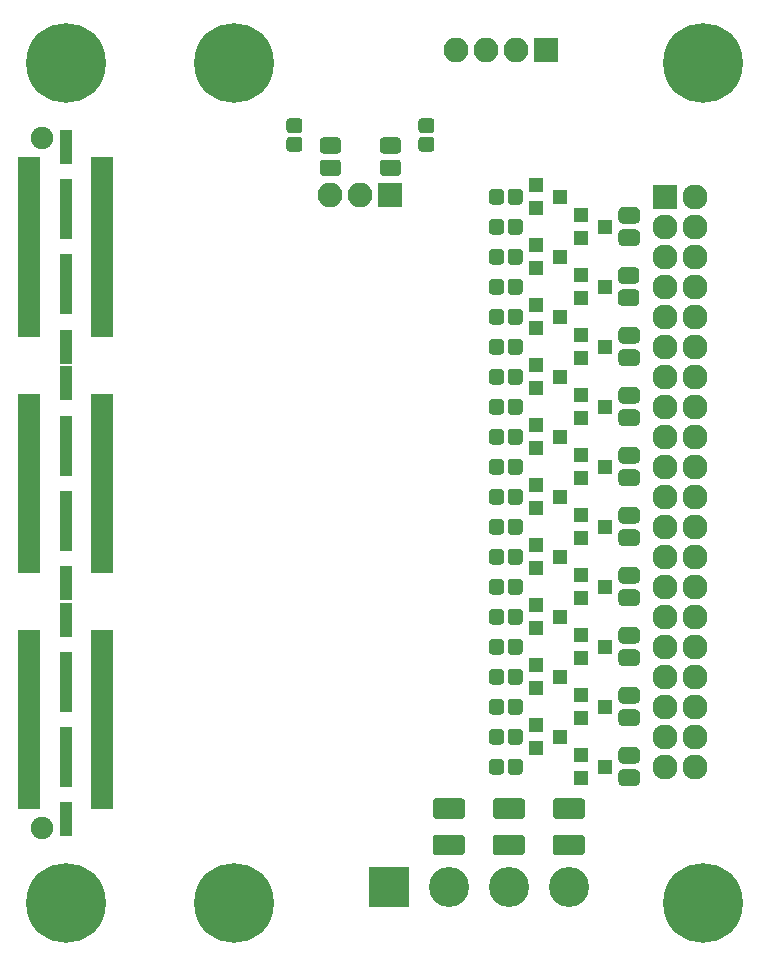
<source format=gbr>
G04 #@! TF.GenerationSoftware,KiCad,Pcbnew,5.0.0*
G04 #@! TF.CreationDate,2018-09-21T23:47:20-07:00*
G04 #@! TF.ProjectId,HSMC-GPIO-kicad,48534D432D4750494F2D6B696361642E,rev?*
G04 #@! TF.SameCoordinates,Original*
G04 #@! TF.FileFunction,Soldermask,Bot*
G04 #@! TF.FilePolarity,Negative*
%FSLAX46Y46*%
G04 Gerber Fmt 4.6, Leading zero omitted, Abs format (unit mm)*
G04 Created by KiCad (PCBNEW 5.0.0) date Fri Sep 21 23:47:20 2018*
%MOMM*%
%LPD*%
G01*
G04 APERTURE LIST*
%ADD10R,1.300000X1.200000*%
%ADD11C,0.100000*%
%ADD12C,1.275000*%
%ADD13C,1.725000*%
%ADD14C,6.750000*%
%ADD15R,1.850340X0.699720*%
%ADD16R,1.040080X2.940000*%
%ADD17R,1.040080X5.099000*%
%ADD18C,1.901140*%
%ADD19C,3.400000*%
%ADD20R,3.400000X3.400000*%
%ADD21C,1.375000*%
%ADD22R,2.100000X2.100000*%
%ADD23O,2.100000X2.100000*%
%ADD24O,2.127200X2.127200*%
%ADD25R,2.127200X2.127200*%
G04 APERTURE END LIST*
D10*
G04 #@! TO.C,D18*
X72951710Y-60530200D03*
X70951710Y-59580200D03*
X70951710Y-61480200D03*
G04 #@! TD*
G04 #@! TO.C,D38*
X72951710Y-85930200D03*
X70951710Y-84980200D03*
X70951710Y-86880200D03*
G04 #@! TD*
G04 #@! TO.C,D6*
X72951710Y-45290200D03*
X70951710Y-44340200D03*
X70951710Y-46240200D03*
G04 #@! TD*
G04 #@! TO.C,D26*
X72951710Y-70690200D03*
X70951710Y-69740200D03*
X70951710Y-71640200D03*
G04 #@! TD*
G04 #@! TO.C,D34*
X72951710Y-80850200D03*
X70951710Y-79900200D03*
X70951710Y-81800200D03*
G04 #@! TD*
G04 #@! TO.C,D30*
X72951710Y-75770200D03*
X70951710Y-74820200D03*
X70951710Y-76720200D03*
G04 #@! TD*
G04 #@! TO.C,D14*
X72951710Y-55450200D03*
X70951710Y-54500200D03*
X70951710Y-56400200D03*
G04 #@! TD*
G04 #@! TO.C,D10*
X72951710Y-50370200D03*
X70951710Y-49420200D03*
X70951710Y-51320200D03*
G04 #@! TD*
G04 #@! TO.C,D22*
X72951710Y-65610200D03*
X70951710Y-64660200D03*
X70951710Y-66560200D03*
G04 #@! TD*
D11*
G04 #@! TO.C,R42*
G36*
X50876203Y-35134705D02*
X50907145Y-35139295D01*
X50937488Y-35146895D01*
X50966940Y-35157433D01*
X50995218Y-35170808D01*
X51022048Y-35186889D01*
X51047173Y-35205523D01*
X51070350Y-35226530D01*
X51091357Y-35249707D01*
X51109991Y-35274832D01*
X51126072Y-35301662D01*
X51139447Y-35329940D01*
X51149985Y-35359392D01*
X51157585Y-35389735D01*
X51162175Y-35420677D01*
X51163710Y-35451920D01*
X51163710Y-36089420D01*
X51162175Y-36120663D01*
X51157585Y-36151605D01*
X51149985Y-36181948D01*
X51139447Y-36211400D01*
X51126072Y-36239678D01*
X51109991Y-36266508D01*
X51091357Y-36291633D01*
X51070350Y-36314810D01*
X51047173Y-36335817D01*
X51022048Y-36354451D01*
X50995218Y-36370532D01*
X50966940Y-36383907D01*
X50937488Y-36394445D01*
X50907145Y-36402045D01*
X50876203Y-36406635D01*
X50844960Y-36408170D01*
X50132460Y-36408170D01*
X50101217Y-36406635D01*
X50070275Y-36402045D01*
X50039932Y-36394445D01*
X50010480Y-36383907D01*
X49982202Y-36370532D01*
X49955372Y-36354451D01*
X49930247Y-36335817D01*
X49907070Y-36314810D01*
X49886063Y-36291633D01*
X49867429Y-36266508D01*
X49851348Y-36239678D01*
X49837973Y-36211400D01*
X49827435Y-36181948D01*
X49819835Y-36151605D01*
X49815245Y-36120663D01*
X49813710Y-36089420D01*
X49813710Y-35451920D01*
X49815245Y-35420677D01*
X49819835Y-35389735D01*
X49827435Y-35359392D01*
X49837973Y-35329940D01*
X49851348Y-35301662D01*
X49867429Y-35274832D01*
X49886063Y-35249707D01*
X49907070Y-35226530D01*
X49930247Y-35205523D01*
X49955372Y-35186889D01*
X49982202Y-35170808D01*
X50010480Y-35157433D01*
X50039932Y-35146895D01*
X50070275Y-35139295D01*
X50101217Y-35134705D01*
X50132460Y-35133170D01*
X50844960Y-35133170D01*
X50876203Y-35134705D01*
X50876203Y-35134705D01*
G37*
D12*
X50488710Y-35770670D03*
D11*
G36*
X50876203Y-33559705D02*
X50907145Y-33564295D01*
X50937488Y-33571895D01*
X50966940Y-33582433D01*
X50995218Y-33595808D01*
X51022048Y-33611889D01*
X51047173Y-33630523D01*
X51070350Y-33651530D01*
X51091357Y-33674707D01*
X51109991Y-33699832D01*
X51126072Y-33726662D01*
X51139447Y-33754940D01*
X51149985Y-33784392D01*
X51157585Y-33814735D01*
X51162175Y-33845677D01*
X51163710Y-33876920D01*
X51163710Y-34514420D01*
X51162175Y-34545663D01*
X51157585Y-34576605D01*
X51149985Y-34606948D01*
X51139447Y-34636400D01*
X51126072Y-34664678D01*
X51109991Y-34691508D01*
X51091357Y-34716633D01*
X51070350Y-34739810D01*
X51047173Y-34760817D01*
X51022048Y-34779451D01*
X50995218Y-34795532D01*
X50966940Y-34808907D01*
X50937488Y-34819445D01*
X50907145Y-34827045D01*
X50876203Y-34831635D01*
X50844960Y-34833170D01*
X50132460Y-34833170D01*
X50101217Y-34831635D01*
X50070275Y-34827045D01*
X50039932Y-34819445D01*
X50010480Y-34808907D01*
X49982202Y-34795532D01*
X49955372Y-34779451D01*
X49930247Y-34760817D01*
X49907070Y-34739810D01*
X49886063Y-34716633D01*
X49867429Y-34691508D01*
X49851348Y-34664678D01*
X49837973Y-34636400D01*
X49827435Y-34606948D01*
X49819835Y-34576605D01*
X49815245Y-34545663D01*
X49813710Y-34514420D01*
X49813710Y-33876920D01*
X49815245Y-33845677D01*
X49819835Y-33814735D01*
X49827435Y-33784392D01*
X49837973Y-33754940D01*
X49851348Y-33726662D01*
X49867429Y-33699832D01*
X49886063Y-33674707D01*
X49907070Y-33651530D01*
X49930247Y-33630523D01*
X49955372Y-33611889D01*
X49982202Y-33595808D01*
X50010480Y-33582433D01*
X50039932Y-33571895D01*
X50070275Y-33564295D01*
X50101217Y-33559705D01*
X50132460Y-33558170D01*
X50844960Y-33558170D01*
X50876203Y-33559705D01*
X50876203Y-33559705D01*
G37*
D12*
X50488710Y-34195670D03*
G04 #@! TD*
D11*
G04 #@! TO.C,R43*
G36*
X62052203Y-33559705D02*
X62083145Y-33564295D01*
X62113488Y-33571895D01*
X62142940Y-33582433D01*
X62171218Y-33595808D01*
X62198048Y-33611889D01*
X62223173Y-33630523D01*
X62246350Y-33651530D01*
X62267357Y-33674707D01*
X62285991Y-33699832D01*
X62302072Y-33726662D01*
X62315447Y-33754940D01*
X62325985Y-33784392D01*
X62333585Y-33814735D01*
X62338175Y-33845677D01*
X62339710Y-33876920D01*
X62339710Y-34514420D01*
X62338175Y-34545663D01*
X62333585Y-34576605D01*
X62325985Y-34606948D01*
X62315447Y-34636400D01*
X62302072Y-34664678D01*
X62285991Y-34691508D01*
X62267357Y-34716633D01*
X62246350Y-34739810D01*
X62223173Y-34760817D01*
X62198048Y-34779451D01*
X62171218Y-34795532D01*
X62142940Y-34808907D01*
X62113488Y-34819445D01*
X62083145Y-34827045D01*
X62052203Y-34831635D01*
X62020960Y-34833170D01*
X61308460Y-34833170D01*
X61277217Y-34831635D01*
X61246275Y-34827045D01*
X61215932Y-34819445D01*
X61186480Y-34808907D01*
X61158202Y-34795532D01*
X61131372Y-34779451D01*
X61106247Y-34760817D01*
X61083070Y-34739810D01*
X61062063Y-34716633D01*
X61043429Y-34691508D01*
X61027348Y-34664678D01*
X61013973Y-34636400D01*
X61003435Y-34606948D01*
X60995835Y-34576605D01*
X60991245Y-34545663D01*
X60989710Y-34514420D01*
X60989710Y-33876920D01*
X60991245Y-33845677D01*
X60995835Y-33814735D01*
X61003435Y-33784392D01*
X61013973Y-33754940D01*
X61027348Y-33726662D01*
X61043429Y-33699832D01*
X61062063Y-33674707D01*
X61083070Y-33651530D01*
X61106247Y-33630523D01*
X61131372Y-33611889D01*
X61158202Y-33595808D01*
X61186480Y-33582433D01*
X61215932Y-33571895D01*
X61246275Y-33564295D01*
X61277217Y-33559705D01*
X61308460Y-33558170D01*
X62020960Y-33558170D01*
X62052203Y-33559705D01*
X62052203Y-33559705D01*
G37*
D12*
X61664710Y-34195670D03*
D11*
G36*
X62052203Y-35134705D02*
X62083145Y-35139295D01*
X62113488Y-35146895D01*
X62142940Y-35157433D01*
X62171218Y-35170808D01*
X62198048Y-35186889D01*
X62223173Y-35205523D01*
X62246350Y-35226530D01*
X62267357Y-35249707D01*
X62285991Y-35274832D01*
X62302072Y-35301662D01*
X62315447Y-35329940D01*
X62325985Y-35359392D01*
X62333585Y-35389735D01*
X62338175Y-35420677D01*
X62339710Y-35451920D01*
X62339710Y-36089420D01*
X62338175Y-36120663D01*
X62333585Y-36151605D01*
X62325985Y-36181948D01*
X62315447Y-36211400D01*
X62302072Y-36239678D01*
X62285991Y-36266508D01*
X62267357Y-36291633D01*
X62246350Y-36314810D01*
X62223173Y-36335817D01*
X62198048Y-36354451D01*
X62171218Y-36370532D01*
X62142940Y-36383907D01*
X62113488Y-36394445D01*
X62083145Y-36402045D01*
X62052203Y-36406635D01*
X62020960Y-36408170D01*
X61308460Y-36408170D01*
X61277217Y-36406635D01*
X61246275Y-36402045D01*
X61215932Y-36394445D01*
X61186480Y-36383907D01*
X61158202Y-36370532D01*
X61131372Y-36354451D01*
X61106247Y-36335817D01*
X61083070Y-36314810D01*
X61062063Y-36291633D01*
X61043429Y-36266508D01*
X61027348Y-36239678D01*
X61013973Y-36211400D01*
X61003435Y-36181948D01*
X60995835Y-36151605D01*
X60991245Y-36120663D01*
X60989710Y-36089420D01*
X60989710Y-35451920D01*
X60991245Y-35420677D01*
X60995835Y-35389735D01*
X61003435Y-35359392D01*
X61013973Y-35329940D01*
X61027348Y-35301662D01*
X61043429Y-35274832D01*
X61062063Y-35249707D01*
X61083070Y-35226530D01*
X61106247Y-35205523D01*
X61131372Y-35186889D01*
X61158202Y-35170808D01*
X61186480Y-35157433D01*
X61215932Y-35146895D01*
X61246275Y-35139295D01*
X61277217Y-35134705D01*
X61308460Y-35133170D01*
X62020960Y-35133170D01*
X62052203Y-35134705D01*
X62052203Y-35134705D01*
G37*
D12*
X61664710Y-35770670D03*
G04 #@! TD*
D11*
G04 #@! TO.C,C20*
G36*
X64651141Y-91151767D02*
X64682735Y-91156454D01*
X64713718Y-91164215D01*
X64743791Y-91174975D01*
X64772665Y-91188631D01*
X64800061Y-91205052D01*
X64825716Y-91224079D01*
X64849382Y-91245528D01*
X64870831Y-91269194D01*
X64889858Y-91294849D01*
X64906279Y-91322245D01*
X64919935Y-91351119D01*
X64930695Y-91381192D01*
X64938456Y-91412175D01*
X64943143Y-91443769D01*
X64944710Y-91475671D01*
X64944710Y-92549729D01*
X64943143Y-92581631D01*
X64938456Y-92613225D01*
X64930695Y-92644208D01*
X64919935Y-92674281D01*
X64906279Y-92703155D01*
X64889858Y-92730551D01*
X64870831Y-92756206D01*
X64849382Y-92779872D01*
X64825716Y-92801321D01*
X64800061Y-92820348D01*
X64772665Y-92836769D01*
X64743791Y-92850425D01*
X64713718Y-92861185D01*
X64682735Y-92868946D01*
X64651141Y-92873633D01*
X64619239Y-92875200D01*
X62520181Y-92875200D01*
X62488279Y-92873633D01*
X62456685Y-92868946D01*
X62425702Y-92861185D01*
X62395629Y-92850425D01*
X62366755Y-92836769D01*
X62339359Y-92820348D01*
X62313704Y-92801321D01*
X62290038Y-92779872D01*
X62268589Y-92756206D01*
X62249562Y-92730551D01*
X62233141Y-92703155D01*
X62219485Y-92674281D01*
X62208725Y-92644208D01*
X62200964Y-92613225D01*
X62196277Y-92581631D01*
X62194710Y-92549729D01*
X62194710Y-91475671D01*
X62196277Y-91443769D01*
X62200964Y-91412175D01*
X62208725Y-91381192D01*
X62219485Y-91351119D01*
X62233141Y-91322245D01*
X62249562Y-91294849D01*
X62268589Y-91269194D01*
X62290038Y-91245528D01*
X62313704Y-91224079D01*
X62339359Y-91205052D01*
X62366755Y-91188631D01*
X62395629Y-91174975D01*
X62425702Y-91164215D01*
X62456685Y-91156454D01*
X62488279Y-91151767D01*
X62520181Y-91150200D01*
X64619239Y-91150200D01*
X64651141Y-91151767D01*
X64651141Y-91151767D01*
G37*
D13*
X63569710Y-92012700D03*
D11*
G36*
X64651141Y-94226767D02*
X64682735Y-94231454D01*
X64713718Y-94239215D01*
X64743791Y-94249975D01*
X64772665Y-94263631D01*
X64800061Y-94280052D01*
X64825716Y-94299079D01*
X64849382Y-94320528D01*
X64870831Y-94344194D01*
X64889858Y-94369849D01*
X64906279Y-94397245D01*
X64919935Y-94426119D01*
X64930695Y-94456192D01*
X64938456Y-94487175D01*
X64943143Y-94518769D01*
X64944710Y-94550671D01*
X64944710Y-95624729D01*
X64943143Y-95656631D01*
X64938456Y-95688225D01*
X64930695Y-95719208D01*
X64919935Y-95749281D01*
X64906279Y-95778155D01*
X64889858Y-95805551D01*
X64870831Y-95831206D01*
X64849382Y-95854872D01*
X64825716Y-95876321D01*
X64800061Y-95895348D01*
X64772665Y-95911769D01*
X64743791Y-95925425D01*
X64713718Y-95936185D01*
X64682735Y-95943946D01*
X64651141Y-95948633D01*
X64619239Y-95950200D01*
X62520181Y-95950200D01*
X62488279Y-95948633D01*
X62456685Y-95943946D01*
X62425702Y-95936185D01*
X62395629Y-95925425D01*
X62366755Y-95911769D01*
X62339359Y-95895348D01*
X62313704Y-95876321D01*
X62290038Y-95854872D01*
X62268589Y-95831206D01*
X62249562Y-95805551D01*
X62233141Y-95778155D01*
X62219485Y-95749281D01*
X62208725Y-95719208D01*
X62200964Y-95688225D01*
X62196277Y-95656631D01*
X62194710Y-95624729D01*
X62194710Y-94550671D01*
X62196277Y-94518769D01*
X62200964Y-94487175D01*
X62208725Y-94456192D01*
X62219485Y-94426119D01*
X62233141Y-94397245D01*
X62249562Y-94369849D01*
X62268589Y-94344194D01*
X62290038Y-94320528D01*
X62313704Y-94299079D01*
X62339359Y-94280052D01*
X62366755Y-94263631D01*
X62395629Y-94249975D01*
X62425702Y-94239215D01*
X62456685Y-94231454D01*
X62488279Y-94226767D01*
X62520181Y-94225200D01*
X64619239Y-94225200D01*
X64651141Y-94226767D01*
X64651141Y-94226767D01*
G37*
D13*
X63569710Y-95087700D03*
G04 #@! TD*
D11*
G04 #@! TO.C,C19*
G36*
X74811141Y-91151767D02*
X74842735Y-91156454D01*
X74873718Y-91164215D01*
X74903791Y-91174975D01*
X74932665Y-91188631D01*
X74960061Y-91205052D01*
X74985716Y-91224079D01*
X75009382Y-91245528D01*
X75030831Y-91269194D01*
X75049858Y-91294849D01*
X75066279Y-91322245D01*
X75079935Y-91351119D01*
X75090695Y-91381192D01*
X75098456Y-91412175D01*
X75103143Y-91443769D01*
X75104710Y-91475671D01*
X75104710Y-92549729D01*
X75103143Y-92581631D01*
X75098456Y-92613225D01*
X75090695Y-92644208D01*
X75079935Y-92674281D01*
X75066279Y-92703155D01*
X75049858Y-92730551D01*
X75030831Y-92756206D01*
X75009382Y-92779872D01*
X74985716Y-92801321D01*
X74960061Y-92820348D01*
X74932665Y-92836769D01*
X74903791Y-92850425D01*
X74873718Y-92861185D01*
X74842735Y-92868946D01*
X74811141Y-92873633D01*
X74779239Y-92875200D01*
X72680181Y-92875200D01*
X72648279Y-92873633D01*
X72616685Y-92868946D01*
X72585702Y-92861185D01*
X72555629Y-92850425D01*
X72526755Y-92836769D01*
X72499359Y-92820348D01*
X72473704Y-92801321D01*
X72450038Y-92779872D01*
X72428589Y-92756206D01*
X72409562Y-92730551D01*
X72393141Y-92703155D01*
X72379485Y-92674281D01*
X72368725Y-92644208D01*
X72360964Y-92613225D01*
X72356277Y-92581631D01*
X72354710Y-92549729D01*
X72354710Y-91475671D01*
X72356277Y-91443769D01*
X72360964Y-91412175D01*
X72368725Y-91381192D01*
X72379485Y-91351119D01*
X72393141Y-91322245D01*
X72409562Y-91294849D01*
X72428589Y-91269194D01*
X72450038Y-91245528D01*
X72473704Y-91224079D01*
X72499359Y-91205052D01*
X72526755Y-91188631D01*
X72555629Y-91174975D01*
X72585702Y-91164215D01*
X72616685Y-91156454D01*
X72648279Y-91151767D01*
X72680181Y-91150200D01*
X74779239Y-91150200D01*
X74811141Y-91151767D01*
X74811141Y-91151767D01*
G37*
D13*
X73729710Y-92012700D03*
D11*
G36*
X74811141Y-94226767D02*
X74842735Y-94231454D01*
X74873718Y-94239215D01*
X74903791Y-94249975D01*
X74932665Y-94263631D01*
X74960061Y-94280052D01*
X74985716Y-94299079D01*
X75009382Y-94320528D01*
X75030831Y-94344194D01*
X75049858Y-94369849D01*
X75066279Y-94397245D01*
X75079935Y-94426119D01*
X75090695Y-94456192D01*
X75098456Y-94487175D01*
X75103143Y-94518769D01*
X75104710Y-94550671D01*
X75104710Y-95624729D01*
X75103143Y-95656631D01*
X75098456Y-95688225D01*
X75090695Y-95719208D01*
X75079935Y-95749281D01*
X75066279Y-95778155D01*
X75049858Y-95805551D01*
X75030831Y-95831206D01*
X75009382Y-95854872D01*
X74985716Y-95876321D01*
X74960061Y-95895348D01*
X74932665Y-95911769D01*
X74903791Y-95925425D01*
X74873718Y-95936185D01*
X74842735Y-95943946D01*
X74811141Y-95948633D01*
X74779239Y-95950200D01*
X72680181Y-95950200D01*
X72648279Y-95948633D01*
X72616685Y-95943946D01*
X72585702Y-95936185D01*
X72555629Y-95925425D01*
X72526755Y-95911769D01*
X72499359Y-95895348D01*
X72473704Y-95876321D01*
X72450038Y-95854872D01*
X72428589Y-95831206D01*
X72409562Y-95805551D01*
X72393141Y-95778155D01*
X72379485Y-95749281D01*
X72368725Y-95719208D01*
X72360964Y-95688225D01*
X72356277Y-95656631D01*
X72354710Y-95624729D01*
X72354710Y-94550671D01*
X72356277Y-94518769D01*
X72360964Y-94487175D01*
X72368725Y-94456192D01*
X72379485Y-94426119D01*
X72393141Y-94397245D01*
X72409562Y-94369849D01*
X72428589Y-94344194D01*
X72450038Y-94320528D01*
X72473704Y-94299079D01*
X72499359Y-94280052D01*
X72526755Y-94263631D01*
X72555629Y-94249975D01*
X72585702Y-94239215D01*
X72616685Y-94231454D01*
X72648279Y-94226767D01*
X72680181Y-94225200D01*
X74779239Y-94225200D01*
X74811141Y-94226767D01*
X74811141Y-94226767D01*
G37*
D13*
X73729710Y-95087700D03*
G04 #@! TD*
D11*
G04 #@! TO.C,C18*
G36*
X69731141Y-91151767D02*
X69762735Y-91156454D01*
X69793718Y-91164215D01*
X69823791Y-91174975D01*
X69852665Y-91188631D01*
X69880061Y-91205052D01*
X69905716Y-91224079D01*
X69929382Y-91245528D01*
X69950831Y-91269194D01*
X69969858Y-91294849D01*
X69986279Y-91322245D01*
X69999935Y-91351119D01*
X70010695Y-91381192D01*
X70018456Y-91412175D01*
X70023143Y-91443769D01*
X70024710Y-91475671D01*
X70024710Y-92549729D01*
X70023143Y-92581631D01*
X70018456Y-92613225D01*
X70010695Y-92644208D01*
X69999935Y-92674281D01*
X69986279Y-92703155D01*
X69969858Y-92730551D01*
X69950831Y-92756206D01*
X69929382Y-92779872D01*
X69905716Y-92801321D01*
X69880061Y-92820348D01*
X69852665Y-92836769D01*
X69823791Y-92850425D01*
X69793718Y-92861185D01*
X69762735Y-92868946D01*
X69731141Y-92873633D01*
X69699239Y-92875200D01*
X67600181Y-92875200D01*
X67568279Y-92873633D01*
X67536685Y-92868946D01*
X67505702Y-92861185D01*
X67475629Y-92850425D01*
X67446755Y-92836769D01*
X67419359Y-92820348D01*
X67393704Y-92801321D01*
X67370038Y-92779872D01*
X67348589Y-92756206D01*
X67329562Y-92730551D01*
X67313141Y-92703155D01*
X67299485Y-92674281D01*
X67288725Y-92644208D01*
X67280964Y-92613225D01*
X67276277Y-92581631D01*
X67274710Y-92549729D01*
X67274710Y-91475671D01*
X67276277Y-91443769D01*
X67280964Y-91412175D01*
X67288725Y-91381192D01*
X67299485Y-91351119D01*
X67313141Y-91322245D01*
X67329562Y-91294849D01*
X67348589Y-91269194D01*
X67370038Y-91245528D01*
X67393704Y-91224079D01*
X67419359Y-91205052D01*
X67446755Y-91188631D01*
X67475629Y-91174975D01*
X67505702Y-91164215D01*
X67536685Y-91156454D01*
X67568279Y-91151767D01*
X67600181Y-91150200D01*
X69699239Y-91150200D01*
X69731141Y-91151767D01*
X69731141Y-91151767D01*
G37*
D13*
X68649710Y-92012700D03*
D11*
G36*
X69731141Y-94226767D02*
X69762735Y-94231454D01*
X69793718Y-94239215D01*
X69823791Y-94249975D01*
X69852665Y-94263631D01*
X69880061Y-94280052D01*
X69905716Y-94299079D01*
X69929382Y-94320528D01*
X69950831Y-94344194D01*
X69969858Y-94369849D01*
X69986279Y-94397245D01*
X69999935Y-94426119D01*
X70010695Y-94456192D01*
X70018456Y-94487175D01*
X70023143Y-94518769D01*
X70024710Y-94550671D01*
X70024710Y-95624729D01*
X70023143Y-95656631D01*
X70018456Y-95688225D01*
X70010695Y-95719208D01*
X69999935Y-95749281D01*
X69986279Y-95778155D01*
X69969858Y-95805551D01*
X69950831Y-95831206D01*
X69929382Y-95854872D01*
X69905716Y-95876321D01*
X69880061Y-95895348D01*
X69852665Y-95911769D01*
X69823791Y-95925425D01*
X69793718Y-95936185D01*
X69762735Y-95943946D01*
X69731141Y-95948633D01*
X69699239Y-95950200D01*
X67600181Y-95950200D01*
X67568279Y-95948633D01*
X67536685Y-95943946D01*
X67505702Y-95936185D01*
X67475629Y-95925425D01*
X67446755Y-95911769D01*
X67419359Y-95895348D01*
X67393704Y-95876321D01*
X67370038Y-95854872D01*
X67348589Y-95831206D01*
X67329562Y-95805551D01*
X67313141Y-95778155D01*
X67299485Y-95749281D01*
X67288725Y-95719208D01*
X67280964Y-95688225D01*
X67276277Y-95656631D01*
X67274710Y-95624729D01*
X67274710Y-94550671D01*
X67276277Y-94518769D01*
X67280964Y-94487175D01*
X67288725Y-94456192D01*
X67299485Y-94426119D01*
X67313141Y-94397245D01*
X67329562Y-94369849D01*
X67348589Y-94344194D01*
X67370038Y-94320528D01*
X67393704Y-94299079D01*
X67419359Y-94280052D01*
X67446755Y-94263631D01*
X67475629Y-94249975D01*
X67505702Y-94239215D01*
X67536685Y-94231454D01*
X67568279Y-94226767D01*
X67600181Y-94225200D01*
X69699239Y-94225200D01*
X69731141Y-94226767D01*
X69731141Y-94226767D01*
G37*
D13*
X68649710Y-95087700D03*
G04 #@! TD*
D10*
G04 #@! TO.C,D40*
X76761710Y-88470200D03*
X74761710Y-87520200D03*
X74761710Y-89420200D03*
G04 #@! TD*
G04 #@! TO.C,D2*
X72951710Y-40210200D03*
X70951710Y-39260200D03*
X70951710Y-41160200D03*
G04 #@! TD*
G04 #@! TO.C,D4*
X76761710Y-42750200D03*
X74761710Y-41800200D03*
X74761710Y-43700200D03*
G04 #@! TD*
G04 #@! TO.C,D8*
X76761710Y-47830200D03*
X74761710Y-46880200D03*
X74761710Y-48780200D03*
G04 #@! TD*
G04 #@! TO.C,D12*
X76761710Y-52910200D03*
X74761710Y-51960200D03*
X74761710Y-53860200D03*
G04 #@! TD*
G04 #@! TO.C,D32*
X76761710Y-78310200D03*
X74761710Y-77360200D03*
X74761710Y-79260200D03*
G04 #@! TD*
G04 #@! TO.C,D20*
X76761710Y-63070200D03*
X74761710Y-62120200D03*
X74761710Y-64020200D03*
G04 #@! TD*
G04 #@! TO.C,D24*
X76761710Y-68150200D03*
X74761710Y-67200200D03*
X74761710Y-69100200D03*
G04 #@! TD*
G04 #@! TO.C,D28*
X76761710Y-73230200D03*
X74761710Y-72280200D03*
X74761710Y-74180200D03*
G04 #@! TD*
G04 #@! TO.C,D16*
X76761710Y-57990200D03*
X74761710Y-57040200D03*
X74761710Y-58940200D03*
G04 #@! TD*
G04 #@! TO.C,D36*
X76761710Y-83390200D03*
X74761710Y-82440200D03*
X74761710Y-84340200D03*
G04 #@! TD*
D14*
G04 #@! TO.C,J1*
X45415200Y-28905200D03*
X45415200Y-100025200D03*
X31115000Y-28905200D03*
X31115000Y-100025200D03*
D15*
X34203640Y-50216080D03*
X34203640Y-48716080D03*
X34203640Y-47216080D03*
X34203640Y-45716080D03*
X34203640Y-44216080D03*
X34203640Y-42716080D03*
X34203640Y-41216080D03*
X34203640Y-39716080D03*
X34203640Y-38216080D03*
X28023820Y-50216080D03*
X28023820Y-48716080D03*
X28023820Y-47216080D03*
X28023820Y-45716080D03*
X28023820Y-44216080D03*
X28023820Y-42716080D03*
X28023820Y-41216080D03*
X28023820Y-39716080D03*
X28023820Y-38216080D03*
D16*
X31115000Y-36024820D03*
D17*
X31115000Y-41295320D03*
X31115000Y-47645320D03*
D16*
X31115000Y-52915820D03*
X31115000Y-92915740D03*
D17*
X31115000Y-87645240D03*
X31115000Y-81295240D03*
D16*
X31115000Y-76027280D03*
X31115000Y-56022240D03*
X31115000Y-72910700D03*
D17*
X31115000Y-61290200D03*
D15*
X34203640Y-77213460D03*
X28023820Y-77713840D03*
X34203640Y-77713840D03*
X34203640Y-78714600D03*
X28023820Y-78714600D03*
X28023820Y-78216760D03*
X34203640Y-78216760D03*
X34203640Y-80215740D03*
X28023820Y-80215740D03*
X28023820Y-80713580D03*
X34203640Y-80713580D03*
X34203640Y-79712820D03*
X28023820Y-79712820D03*
X28023820Y-79214980D03*
X34203640Y-79214980D03*
X34203640Y-83215480D03*
X28023820Y-83215480D03*
X28023820Y-83713320D03*
X34203640Y-83713320D03*
X34203640Y-84714080D03*
X28023820Y-84714080D03*
X28023820Y-84216240D03*
X34203640Y-84216240D03*
X34203640Y-82217260D03*
X28023820Y-82217260D03*
X28023820Y-82715100D03*
X34203640Y-82715100D03*
X34203640Y-81714340D03*
X28023820Y-81714340D03*
X28023820Y-81216500D03*
X34203640Y-81216500D03*
X34203640Y-89217500D03*
X28023820Y-89217500D03*
X28023820Y-89715340D03*
X34203640Y-89715340D03*
X34203640Y-90716100D03*
X28023820Y-90716100D03*
X28023820Y-90218260D03*
X34203640Y-90218260D03*
X34203640Y-91714320D03*
X28023820Y-91714320D03*
X28023820Y-91216480D03*
X34203640Y-91216480D03*
X34203640Y-87215980D03*
X28023820Y-87215980D03*
X28023820Y-87713820D03*
X34203640Y-87713820D03*
X34203640Y-88714580D03*
X28023820Y-88714580D03*
X28023820Y-88216740D03*
X34203640Y-88216740D03*
X34203640Y-86217760D03*
X28023820Y-86217760D03*
X28023820Y-86715600D03*
X34203640Y-86715600D03*
X34203640Y-85714840D03*
X28023820Y-85714840D03*
X28023820Y-85217000D03*
X34203640Y-85217000D03*
X34203640Y-65217040D03*
X28023820Y-65217040D03*
X28023820Y-65714880D03*
X34203640Y-65714880D03*
X34203640Y-66715640D03*
X28023820Y-66715640D03*
X28023820Y-66217800D03*
X34203640Y-66217800D03*
X34203640Y-68216780D03*
X28023820Y-68216780D03*
X28023820Y-68714620D03*
X34203640Y-68714620D03*
X34203640Y-67713860D03*
X28023820Y-67713860D03*
X28023820Y-67216020D03*
X34203640Y-67216020D03*
X34203640Y-71216520D03*
X28023820Y-71216520D03*
X28023820Y-71714360D03*
X34203640Y-71714360D03*
X34203640Y-70218300D03*
X28023820Y-70218300D03*
X28023820Y-70716140D03*
X34203640Y-70716140D03*
X34203640Y-69715380D03*
X28023820Y-69715380D03*
X28023820Y-69217540D03*
X34203640Y-69217540D03*
X34203640Y-61216540D03*
X28023820Y-61216540D03*
X28023820Y-61714380D03*
X34203640Y-61714380D03*
X34203640Y-62715140D03*
X28023820Y-62715140D03*
X28023820Y-62217300D03*
X34203640Y-62217300D03*
X34203640Y-64216280D03*
X28023820Y-64216280D03*
X28023820Y-64714120D03*
X34203640Y-64714120D03*
X34203640Y-63713360D03*
X28023820Y-63713360D03*
X28023820Y-63215520D03*
X34203640Y-63215520D03*
X34203640Y-59215020D03*
X28023820Y-59215020D03*
X28023820Y-59712860D03*
X34203640Y-59712860D03*
X34203640Y-60713620D03*
X28023820Y-60713620D03*
X28023820Y-60215780D03*
X34203640Y-60215780D03*
X34203640Y-58216800D03*
X28023820Y-58216800D03*
X28023820Y-58714640D03*
X34203640Y-58714640D03*
X34203640Y-57713880D03*
X28023820Y-57713880D03*
X34203640Y-46715680D03*
X34203640Y-47716440D03*
X34203640Y-48214280D03*
X34203640Y-49717960D03*
X34203640Y-49215040D03*
X34203640Y-50716180D03*
X34203640Y-51214020D03*
X34203640Y-43215560D03*
X34203640Y-43718480D03*
X34203640Y-46217840D03*
X34203640Y-44719240D03*
X34203640Y-45217080D03*
X34203640Y-40718740D03*
X34203640Y-41719500D03*
X34203640Y-42217340D03*
X34203640Y-40215820D03*
X28023820Y-46718220D03*
X28023820Y-47716440D03*
X28023820Y-48214280D03*
X28023820Y-49717960D03*
X28023820Y-49217580D03*
X28023820Y-50718720D03*
X28023820Y-51216560D03*
X28023820Y-43215560D03*
X28023820Y-43715940D03*
X28023820Y-46215300D03*
X28023820Y-44719240D03*
X28023820Y-45217080D03*
X28023820Y-40718740D03*
X28023820Y-41716960D03*
X28023820Y-42214800D03*
X28023820Y-40213280D03*
X28023820Y-37216080D03*
X28023820Y-37716460D03*
X28023820Y-38717220D03*
X28023820Y-39215060D03*
X34203640Y-37216080D03*
X34203640Y-37716460D03*
X34203640Y-38717220D03*
X34203640Y-39215060D03*
X28023820Y-57216040D03*
X34203640Y-57216040D03*
X28023820Y-77216000D03*
D17*
X31115000Y-67640200D03*
D18*
X29083000Y-35227260D03*
X29083000Y-93703140D03*
D15*
X34203640Y-51716080D03*
X28023820Y-51716560D03*
G04 #@! TD*
D14*
G04 #@! TO.C,MH2*
X85090000Y-28905200D03*
G04 #@! TD*
G04 #@! TO.C,MH1*
X85090000Y-100025200D03*
G04 #@! TD*
D19*
G04 #@! TO.C,J4*
X73729710Y-98630200D03*
D20*
X58489710Y-98630200D03*
D19*
X68649710Y-98630200D03*
X63569710Y-98630200D03*
G04 #@! TD*
D11*
G04 #@! TO.C,C12*
G36*
X79415653Y-61434355D02*
X79449022Y-61439305D01*
X79481745Y-61447502D01*
X79513507Y-61458866D01*
X79544003Y-61473290D01*
X79572937Y-61490632D01*
X79600033Y-61510728D01*
X79625028Y-61533382D01*
X79647682Y-61558377D01*
X79667778Y-61585473D01*
X79685120Y-61614407D01*
X79699544Y-61644903D01*
X79710908Y-61676665D01*
X79719105Y-61709388D01*
X79724055Y-61742757D01*
X79725710Y-61776450D01*
X79725710Y-62463950D01*
X79724055Y-62497643D01*
X79719105Y-62531012D01*
X79710908Y-62563735D01*
X79699544Y-62595497D01*
X79685120Y-62625993D01*
X79667778Y-62654927D01*
X79647682Y-62682023D01*
X79625028Y-62707018D01*
X79600033Y-62729672D01*
X79572937Y-62749768D01*
X79544003Y-62767110D01*
X79513507Y-62781534D01*
X79481745Y-62792898D01*
X79449022Y-62801095D01*
X79415653Y-62806045D01*
X79381960Y-62807700D01*
X78269460Y-62807700D01*
X78235767Y-62806045D01*
X78202398Y-62801095D01*
X78169675Y-62792898D01*
X78137913Y-62781534D01*
X78107417Y-62767110D01*
X78078483Y-62749768D01*
X78051387Y-62729672D01*
X78026392Y-62707018D01*
X78003738Y-62682023D01*
X77983642Y-62654927D01*
X77966300Y-62625993D01*
X77951876Y-62595497D01*
X77940512Y-62563735D01*
X77932315Y-62531012D01*
X77927365Y-62497643D01*
X77925710Y-62463950D01*
X77925710Y-61776450D01*
X77927365Y-61742757D01*
X77932315Y-61709388D01*
X77940512Y-61676665D01*
X77951876Y-61644903D01*
X77966300Y-61614407D01*
X77983642Y-61585473D01*
X78003738Y-61558377D01*
X78026392Y-61533382D01*
X78051387Y-61510728D01*
X78078483Y-61490632D01*
X78107417Y-61473290D01*
X78137913Y-61458866D01*
X78169675Y-61447502D01*
X78202398Y-61439305D01*
X78235767Y-61434355D01*
X78269460Y-61432700D01*
X79381960Y-61432700D01*
X79415653Y-61434355D01*
X79415653Y-61434355D01*
G37*
D21*
X78825710Y-62120200D03*
D11*
G36*
X79415653Y-63309355D02*
X79449022Y-63314305D01*
X79481745Y-63322502D01*
X79513507Y-63333866D01*
X79544003Y-63348290D01*
X79572937Y-63365632D01*
X79600033Y-63385728D01*
X79625028Y-63408382D01*
X79647682Y-63433377D01*
X79667778Y-63460473D01*
X79685120Y-63489407D01*
X79699544Y-63519903D01*
X79710908Y-63551665D01*
X79719105Y-63584388D01*
X79724055Y-63617757D01*
X79725710Y-63651450D01*
X79725710Y-64338950D01*
X79724055Y-64372643D01*
X79719105Y-64406012D01*
X79710908Y-64438735D01*
X79699544Y-64470497D01*
X79685120Y-64500993D01*
X79667778Y-64529927D01*
X79647682Y-64557023D01*
X79625028Y-64582018D01*
X79600033Y-64604672D01*
X79572937Y-64624768D01*
X79544003Y-64642110D01*
X79513507Y-64656534D01*
X79481745Y-64667898D01*
X79449022Y-64676095D01*
X79415653Y-64681045D01*
X79381960Y-64682700D01*
X78269460Y-64682700D01*
X78235767Y-64681045D01*
X78202398Y-64676095D01*
X78169675Y-64667898D01*
X78137913Y-64656534D01*
X78107417Y-64642110D01*
X78078483Y-64624768D01*
X78051387Y-64604672D01*
X78026392Y-64582018D01*
X78003738Y-64557023D01*
X77983642Y-64529927D01*
X77966300Y-64500993D01*
X77951876Y-64470497D01*
X77940512Y-64438735D01*
X77932315Y-64406012D01*
X77927365Y-64372643D01*
X77925710Y-64338950D01*
X77925710Y-63651450D01*
X77927365Y-63617757D01*
X77932315Y-63584388D01*
X77940512Y-63551665D01*
X77951876Y-63519903D01*
X77966300Y-63489407D01*
X77983642Y-63460473D01*
X78003738Y-63433377D01*
X78026392Y-63408382D01*
X78051387Y-63385728D01*
X78078483Y-63365632D01*
X78107417Y-63348290D01*
X78137913Y-63333866D01*
X78169675Y-63322502D01*
X78202398Y-63314305D01*
X78235767Y-63309355D01*
X78269460Y-63307700D01*
X79381960Y-63307700D01*
X79415653Y-63309355D01*
X79415653Y-63309355D01*
G37*
D21*
X78825710Y-63995200D03*
G04 #@! TD*
D11*
G04 #@! TO.C,C15*
G36*
X79383653Y-46194355D02*
X79417022Y-46199305D01*
X79449745Y-46207502D01*
X79481507Y-46218866D01*
X79512003Y-46233290D01*
X79540937Y-46250632D01*
X79568033Y-46270728D01*
X79593028Y-46293382D01*
X79615682Y-46318377D01*
X79635778Y-46345473D01*
X79653120Y-46374407D01*
X79667544Y-46404903D01*
X79678908Y-46436665D01*
X79687105Y-46469388D01*
X79692055Y-46502757D01*
X79693710Y-46536450D01*
X79693710Y-47223950D01*
X79692055Y-47257643D01*
X79687105Y-47291012D01*
X79678908Y-47323735D01*
X79667544Y-47355497D01*
X79653120Y-47385993D01*
X79635778Y-47414927D01*
X79615682Y-47442023D01*
X79593028Y-47467018D01*
X79568033Y-47489672D01*
X79540937Y-47509768D01*
X79512003Y-47527110D01*
X79481507Y-47541534D01*
X79449745Y-47552898D01*
X79417022Y-47561095D01*
X79383653Y-47566045D01*
X79349960Y-47567700D01*
X78237460Y-47567700D01*
X78203767Y-47566045D01*
X78170398Y-47561095D01*
X78137675Y-47552898D01*
X78105913Y-47541534D01*
X78075417Y-47527110D01*
X78046483Y-47509768D01*
X78019387Y-47489672D01*
X77994392Y-47467018D01*
X77971738Y-47442023D01*
X77951642Y-47414927D01*
X77934300Y-47385993D01*
X77919876Y-47355497D01*
X77908512Y-47323735D01*
X77900315Y-47291012D01*
X77895365Y-47257643D01*
X77893710Y-47223950D01*
X77893710Y-46536450D01*
X77895365Y-46502757D01*
X77900315Y-46469388D01*
X77908512Y-46436665D01*
X77919876Y-46404903D01*
X77934300Y-46374407D01*
X77951642Y-46345473D01*
X77971738Y-46318377D01*
X77994392Y-46293382D01*
X78019387Y-46270728D01*
X78046483Y-46250632D01*
X78075417Y-46233290D01*
X78105913Y-46218866D01*
X78137675Y-46207502D01*
X78170398Y-46199305D01*
X78203767Y-46194355D01*
X78237460Y-46192700D01*
X79349960Y-46192700D01*
X79383653Y-46194355D01*
X79383653Y-46194355D01*
G37*
D21*
X78793710Y-46880200D03*
D11*
G36*
X79383653Y-48069355D02*
X79417022Y-48074305D01*
X79449745Y-48082502D01*
X79481507Y-48093866D01*
X79512003Y-48108290D01*
X79540937Y-48125632D01*
X79568033Y-48145728D01*
X79593028Y-48168382D01*
X79615682Y-48193377D01*
X79635778Y-48220473D01*
X79653120Y-48249407D01*
X79667544Y-48279903D01*
X79678908Y-48311665D01*
X79687105Y-48344388D01*
X79692055Y-48377757D01*
X79693710Y-48411450D01*
X79693710Y-49098950D01*
X79692055Y-49132643D01*
X79687105Y-49166012D01*
X79678908Y-49198735D01*
X79667544Y-49230497D01*
X79653120Y-49260993D01*
X79635778Y-49289927D01*
X79615682Y-49317023D01*
X79593028Y-49342018D01*
X79568033Y-49364672D01*
X79540937Y-49384768D01*
X79512003Y-49402110D01*
X79481507Y-49416534D01*
X79449745Y-49427898D01*
X79417022Y-49436095D01*
X79383653Y-49441045D01*
X79349960Y-49442700D01*
X78237460Y-49442700D01*
X78203767Y-49441045D01*
X78170398Y-49436095D01*
X78137675Y-49427898D01*
X78105913Y-49416534D01*
X78075417Y-49402110D01*
X78046483Y-49384768D01*
X78019387Y-49364672D01*
X77994392Y-49342018D01*
X77971738Y-49317023D01*
X77951642Y-49289927D01*
X77934300Y-49260993D01*
X77919876Y-49230497D01*
X77908512Y-49198735D01*
X77900315Y-49166012D01*
X77895365Y-49132643D01*
X77893710Y-49098950D01*
X77893710Y-48411450D01*
X77895365Y-48377757D01*
X77900315Y-48344388D01*
X77908512Y-48311665D01*
X77919876Y-48279903D01*
X77934300Y-48249407D01*
X77951642Y-48220473D01*
X77971738Y-48193377D01*
X77994392Y-48168382D01*
X78019387Y-48145728D01*
X78046483Y-48125632D01*
X78075417Y-48108290D01*
X78105913Y-48093866D01*
X78137675Y-48082502D01*
X78170398Y-48074305D01*
X78203767Y-48069355D01*
X78237460Y-48067700D01*
X79349960Y-48067700D01*
X79383653Y-48069355D01*
X79383653Y-48069355D01*
G37*
D21*
X78793710Y-48755200D03*
G04 #@! TD*
D11*
G04 #@! TO.C,C9*
G36*
X79415653Y-76674355D02*
X79449022Y-76679305D01*
X79481745Y-76687502D01*
X79513507Y-76698866D01*
X79544003Y-76713290D01*
X79572937Y-76730632D01*
X79600033Y-76750728D01*
X79625028Y-76773382D01*
X79647682Y-76798377D01*
X79667778Y-76825473D01*
X79685120Y-76854407D01*
X79699544Y-76884903D01*
X79710908Y-76916665D01*
X79719105Y-76949388D01*
X79724055Y-76982757D01*
X79725710Y-77016450D01*
X79725710Y-77703950D01*
X79724055Y-77737643D01*
X79719105Y-77771012D01*
X79710908Y-77803735D01*
X79699544Y-77835497D01*
X79685120Y-77865993D01*
X79667778Y-77894927D01*
X79647682Y-77922023D01*
X79625028Y-77947018D01*
X79600033Y-77969672D01*
X79572937Y-77989768D01*
X79544003Y-78007110D01*
X79513507Y-78021534D01*
X79481745Y-78032898D01*
X79449022Y-78041095D01*
X79415653Y-78046045D01*
X79381960Y-78047700D01*
X78269460Y-78047700D01*
X78235767Y-78046045D01*
X78202398Y-78041095D01*
X78169675Y-78032898D01*
X78137913Y-78021534D01*
X78107417Y-78007110D01*
X78078483Y-77989768D01*
X78051387Y-77969672D01*
X78026392Y-77947018D01*
X78003738Y-77922023D01*
X77983642Y-77894927D01*
X77966300Y-77865993D01*
X77951876Y-77835497D01*
X77940512Y-77803735D01*
X77932315Y-77771012D01*
X77927365Y-77737643D01*
X77925710Y-77703950D01*
X77925710Y-77016450D01*
X77927365Y-76982757D01*
X77932315Y-76949388D01*
X77940512Y-76916665D01*
X77951876Y-76884903D01*
X77966300Y-76854407D01*
X77983642Y-76825473D01*
X78003738Y-76798377D01*
X78026392Y-76773382D01*
X78051387Y-76750728D01*
X78078483Y-76730632D01*
X78107417Y-76713290D01*
X78137913Y-76698866D01*
X78169675Y-76687502D01*
X78202398Y-76679305D01*
X78235767Y-76674355D01*
X78269460Y-76672700D01*
X79381960Y-76672700D01*
X79415653Y-76674355D01*
X79415653Y-76674355D01*
G37*
D21*
X78825710Y-77360200D03*
D11*
G36*
X79415653Y-78549355D02*
X79449022Y-78554305D01*
X79481745Y-78562502D01*
X79513507Y-78573866D01*
X79544003Y-78588290D01*
X79572937Y-78605632D01*
X79600033Y-78625728D01*
X79625028Y-78648382D01*
X79647682Y-78673377D01*
X79667778Y-78700473D01*
X79685120Y-78729407D01*
X79699544Y-78759903D01*
X79710908Y-78791665D01*
X79719105Y-78824388D01*
X79724055Y-78857757D01*
X79725710Y-78891450D01*
X79725710Y-79578950D01*
X79724055Y-79612643D01*
X79719105Y-79646012D01*
X79710908Y-79678735D01*
X79699544Y-79710497D01*
X79685120Y-79740993D01*
X79667778Y-79769927D01*
X79647682Y-79797023D01*
X79625028Y-79822018D01*
X79600033Y-79844672D01*
X79572937Y-79864768D01*
X79544003Y-79882110D01*
X79513507Y-79896534D01*
X79481745Y-79907898D01*
X79449022Y-79916095D01*
X79415653Y-79921045D01*
X79381960Y-79922700D01*
X78269460Y-79922700D01*
X78235767Y-79921045D01*
X78202398Y-79916095D01*
X78169675Y-79907898D01*
X78137913Y-79896534D01*
X78107417Y-79882110D01*
X78078483Y-79864768D01*
X78051387Y-79844672D01*
X78026392Y-79822018D01*
X78003738Y-79797023D01*
X77983642Y-79769927D01*
X77966300Y-79740993D01*
X77951876Y-79710497D01*
X77940512Y-79678735D01*
X77932315Y-79646012D01*
X77927365Y-79612643D01*
X77925710Y-79578950D01*
X77925710Y-78891450D01*
X77927365Y-78857757D01*
X77932315Y-78824388D01*
X77940512Y-78791665D01*
X77951876Y-78759903D01*
X77966300Y-78729407D01*
X77983642Y-78700473D01*
X78003738Y-78673377D01*
X78026392Y-78648382D01*
X78051387Y-78625728D01*
X78078483Y-78605632D01*
X78107417Y-78588290D01*
X78137913Y-78573866D01*
X78169675Y-78562502D01*
X78202398Y-78554305D01*
X78235767Y-78549355D01*
X78269460Y-78547700D01*
X79381960Y-78547700D01*
X79415653Y-78549355D01*
X79415653Y-78549355D01*
G37*
D21*
X78825710Y-79235200D03*
G04 #@! TD*
D11*
G04 #@! TO.C,C16*
G36*
X79415653Y-41114355D02*
X79449022Y-41119305D01*
X79481745Y-41127502D01*
X79513507Y-41138866D01*
X79544003Y-41153290D01*
X79572937Y-41170632D01*
X79600033Y-41190728D01*
X79625028Y-41213382D01*
X79647682Y-41238377D01*
X79667778Y-41265473D01*
X79685120Y-41294407D01*
X79699544Y-41324903D01*
X79710908Y-41356665D01*
X79719105Y-41389388D01*
X79724055Y-41422757D01*
X79725710Y-41456450D01*
X79725710Y-42143950D01*
X79724055Y-42177643D01*
X79719105Y-42211012D01*
X79710908Y-42243735D01*
X79699544Y-42275497D01*
X79685120Y-42305993D01*
X79667778Y-42334927D01*
X79647682Y-42362023D01*
X79625028Y-42387018D01*
X79600033Y-42409672D01*
X79572937Y-42429768D01*
X79544003Y-42447110D01*
X79513507Y-42461534D01*
X79481745Y-42472898D01*
X79449022Y-42481095D01*
X79415653Y-42486045D01*
X79381960Y-42487700D01*
X78269460Y-42487700D01*
X78235767Y-42486045D01*
X78202398Y-42481095D01*
X78169675Y-42472898D01*
X78137913Y-42461534D01*
X78107417Y-42447110D01*
X78078483Y-42429768D01*
X78051387Y-42409672D01*
X78026392Y-42387018D01*
X78003738Y-42362023D01*
X77983642Y-42334927D01*
X77966300Y-42305993D01*
X77951876Y-42275497D01*
X77940512Y-42243735D01*
X77932315Y-42211012D01*
X77927365Y-42177643D01*
X77925710Y-42143950D01*
X77925710Y-41456450D01*
X77927365Y-41422757D01*
X77932315Y-41389388D01*
X77940512Y-41356665D01*
X77951876Y-41324903D01*
X77966300Y-41294407D01*
X77983642Y-41265473D01*
X78003738Y-41238377D01*
X78026392Y-41213382D01*
X78051387Y-41190728D01*
X78078483Y-41170632D01*
X78107417Y-41153290D01*
X78137913Y-41138866D01*
X78169675Y-41127502D01*
X78202398Y-41119305D01*
X78235767Y-41114355D01*
X78269460Y-41112700D01*
X79381960Y-41112700D01*
X79415653Y-41114355D01*
X79415653Y-41114355D01*
G37*
D21*
X78825710Y-41800200D03*
D11*
G36*
X79415653Y-42989355D02*
X79449022Y-42994305D01*
X79481745Y-43002502D01*
X79513507Y-43013866D01*
X79544003Y-43028290D01*
X79572937Y-43045632D01*
X79600033Y-43065728D01*
X79625028Y-43088382D01*
X79647682Y-43113377D01*
X79667778Y-43140473D01*
X79685120Y-43169407D01*
X79699544Y-43199903D01*
X79710908Y-43231665D01*
X79719105Y-43264388D01*
X79724055Y-43297757D01*
X79725710Y-43331450D01*
X79725710Y-44018950D01*
X79724055Y-44052643D01*
X79719105Y-44086012D01*
X79710908Y-44118735D01*
X79699544Y-44150497D01*
X79685120Y-44180993D01*
X79667778Y-44209927D01*
X79647682Y-44237023D01*
X79625028Y-44262018D01*
X79600033Y-44284672D01*
X79572937Y-44304768D01*
X79544003Y-44322110D01*
X79513507Y-44336534D01*
X79481745Y-44347898D01*
X79449022Y-44356095D01*
X79415653Y-44361045D01*
X79381960Y-44362700D01*
X78269460Y-44362700D01*
X78235767Y-44361045D01*
X78202398Y-44356095D01*
X78169675Y-44347898D01*
X78137913Y-44336534D01*
X78107417Y-44322110D01*
X78078483Y-44304768D01*
X78051387Y-44284672D01*
X78026392Y-44262018D01*
X78003738Y-44237023D01*
X77983642Y-44209927D01*
X77966300Y-44180993D01*
X77951876Y-44150497D01*
X77940512Y-44118735D01*
X77932315Y-44086012D01*
X77927365Y-44052643D01*
X77925710Y-44018950D01*
X77925710Y-43331450D01*
X77927365Y-43297757D01*
X77932315Y-43264388D01*
X77940512Y-43231665D01*
X77951876Y-43199903D01*
X77966300Y-43169407D01*
X77983642Y-43140473D01*
X78003738Y-43113377D01*
X78026392Y-43088382D01*
X78051387Y-43065728D01*
X78078483Y-43045632D01*
X78107417Y-43028290D01*
X78137913Y-43013866D01*
X78169675Y-43002502D01*
X78202398Y-42994305D01*
X78235767Y-42989355D01*
X78269460Y-42987700D01*
X79381960Y-42987700D01*
X79415653Y-42989355D01*
X79415653Y-42989355D01*
G37*
D21*
X78825710Y-43675200D03*
G04 #@! TD*
D11*
G04 #@! TO.C,C13*
G36*
X79415653Y-56354355D02*
X79449022Y-56359305D01*
X79481745Y-56367502D01*
X79513507Y-56378866D01*
X79544003Y-56393290D01*
X79572937Y-56410632D01*
X79600033Y-56430728D01*
X79625028Y-56453382D01*
X79647682Y-56478377D01*
X79667778Y-56505473D01*
X79685120Y-56534407D01*
X79699544Y-56564903D01*
X79710908Y-56596665D01*
X79719105Y-56629388D01*
X79724055Y-56662757D01*
X79725710Y-56696450D01*
X79725710Y-57383950D01*
X79724055Y-57417643D01*
X79719105Y-57451012D01*
X79710908Y-57483735D01*
X79699544Y-57515497D01*
X79685120Y-57545993D01*
X79667778Y-57574927D01*
X79647682Y-57602023D01*
X79625028Y-57627018D01*
X79600033Y-57649672D01*
X79572937Y-57669768D01*
X79544003Y-57687110D01*
X79513507Y-57701534D01*
X79481745Y-57712898D01*
X79449022Y-57721095D01*
X79415653Y-57726045D01*
X79381960Y-57727700D01*
X78269460Y-57727700D01*
X78235767Y-57726045D01*
X78202398Y-57721095D01*
X78169675Y-57712898D01*
X78137913Y-57701534D01*
X78107417Y-57687110D01*
X78078483Y-57669768D01*
X78051387Y-57649672D01*
X78026392Y-57627018D01*
X78003738Y-57602023D01*
X77983642Y-57574927D01*
X77966300Y-57545993D01*
X77951876Y-57515497D01*
X77940512Y-57483735D01*
X77932315Y-57451012D01*
X77927365Y-57417643D01*
X77925710Y-57383950D01*
X77925710Y-56696450D01*
X77927365Y-56662757D01*
X77932315Y-56629388D01*
X77940512Y-56596665D01*
X77951876Y-56564903D01*
X77966300Y-56534407D01*
X77983642Y-56505473D01*
X78003738Y-56478377D01*
X78026392Y-56453382D01*
X78051387Y-56430728D01*
X78078483Y-56410632D01*
X78107417Y-56393290D01*
X78137913Y-56378866D01*
X78169675Y-56367502D01*
X78202398Y-56359305D01*
X78235767Y-56354355D01*
X78269460Y-56352700D01*
X79381960Y-56352700D01*
X79415653Y-56354355D01*
X79415653Y-56354355D01*
G37*
D21*
X78825710Y-57040200D03*
D11*
G36*
X79415653Y-58229355D02*
X79449022Y-58234305D01*
X79481745Y-58242502D01*
X79513507Y-58253866D01*
X79544003Y-58268290D01*
X79572937Y-58285632D01*
X79600033Y-58305728D01*
X79625028Y-58328382D01*
X79647682Y-58353377D01*
X79667778Y-58380473D01*
X79685120Y-58409407D01*
X79699544Y-58439903D01*
X79710908Y-58471665D01*
X79719105Y-58504388D01*
X79724055Y-58537757D01*
X79725710Y-58571450D01*
X79725710Y-59258950D01*
X79724055Y-59292643D01*
X79719105Y-59326012D01*
X79710908Y-59358735D01*
X79699544Y-59390497D01*
X79685120Y-59420993D01*
X79667778Y-59449927D01*
X79647682Y-59477023D01*
X79625028Y-59502018D01*
X79600033Y-59524672D01*
X79572937Y-59544768D01*
X79544003Y-59562110D01*
X79513507Y-59576534D01*
X79481745Y-59587898D01*
X79449022Y-59596095D01*
X79415653Y-59601045D01*
X79381960Y-59602700D01*
X78269460Y-59602700D01*
X78235767Y-59601045D01*
X78202398Y-59596095D01*
X78169675Y-59587898D01*
X78137913Y-59576534D01*
X78107417Y-59562110D01*
X78078483Y-59544768D01*
X78051387Y-59524672D01*
X78026392Y-59502018D01*
X78003738Y-59477023D01*
X77983642Y-59449927D01*
X77966300Y-59420993D01*
X77951876Y-59390497D01*
X77940512Y-59358735D01*
X77932315Y-59326012D01*
X77927365Y-59292643D01*
X77925710Y-59258950D01*
X77925710Y-58571450D01*
X77927365Y-58537757D01*
X77932315Y-58504388D01*
X77940512Y-58471665D01*
X77951876Y-58439903D01*
X77966300Y-58409407D01*
X77983642Y-58380473D01*
X78003738Y-58353377D01*
X78026392Y-58328382D01*
X78051387Y-58305728D01*
X78078483Y-58285632D01*
X78107417Y-58268290D01*
X78137913Y-58253866D01*
X78169675Y-58242502D01*
X78202398Y-58234305D01*
X78235767Y-58229355D01*
X78269460Y-58227700D01*
X79381960Y-58227700D01*
X79415653Y-58229355D01*
X79415653Y-58229355D01*
G37*
D21*
X78825710Y-58915200D03*
G04 #@! TD*
D11*
G04 #@! TO.C,C7*
G36*
X79415653Y-86834355D02*
X79449022Y-86839305D01*
X79481745Y-86847502D01*
X79513507Y-86858866D01*
X79544003Y-86873290D01*
X79572937Y-86890632D01*
X79600033Y-86910728D01*
X79625028Y-86933382D01*
X79647682Y-86958377D01*
X79667778Y-86985473D01*
X79685120Y-87014407D01*
X79699544Y-87044903D01*
X79710908Y-87076665D01*
X79719105Y-87109388D01*
X79724055Y-87142757D01*
X79725710Y-87176450D01*
X79725710Y-87863950D01*
X79724055Y-87897643D01*
X79719105Y-87931012D01*
X79710908Y-87963735D01*
X79699544Y-87995497D01*
X79685120Y-88025993D01*
X79667778Y-88054927D01*
X79647682Y-88082023D01*
X79625028Y-88107018D01*
X79600033Y-88129672D01*
X79572937Y-88149768D01*
X79544003Y-88167110D01*
X79513507Y-88181534D01*
X79481745Y-88192898D01*
X79449022Y-88201095D01*
X79415653Y-88206045D01*
X79381960Y-88207700D01*
X78269460Y-88207700D01*
X78235767Y-88206045D01*
X78202398Y-88201095D01*
X78169675Y-88192898D01*
X78137913Y-88181534D01*
X78107417Y-88167110D01*
X78078483Y-88149768D01*
X78051387Y-88129672D01*
X78026392Y-88107018D01*
X78003738Y-88082023D01*
X77983642Y-88054927D01*
X77966300Y-88025993D01*
X77951876Y-87995497D01*
X77940512Y-87963735D01*
X77932315Y-87931012D01*
X77927365Y-87897643D01*
X77925710Y-87863950D01*
X77925710Y-87176450D01*
X77927365Y-87142757D01*
X77932315Y-87109388D01*
X77940512Y-87076665D01*
X77951876Y-87044903D01*
X77966300Y-87014407D01*
X77983642Y-86985473D01*
X78003738Y-86958377D01*
X78026392Y-86933382D01*
X78051387Y-86910728D01*
X78078483Y-86890632D01*
X78107417Y-86873290D01*
X78137913Y-86858866D01*
X78169675Y-86847502D01*
X78202398Y-86839305D01*
X78235767Y-86834355D01*
X78269460Y-86832700D01*
X79381960Y-86832700D01*
X79415653Y-86834355D01*
X79415653Y-86834355D01*
G37*
D21*
X78825710Y-87520200D03*
D11*
G36*
X79415653Y-88709355D02*
X79449022Y-88714305D01*
X79481745Y-88722502D01*
X79513507Y-88733866D01*
X79544003Y-88748290D01*
X79572937Y-88765632D01*
X79600033Y-88785728D01*
X79625028Y-88808382D01*
X79647682Y-88833377D01*
X79667778Y-88860473D01*
X79685120Y-88889407D01*
X79699544Y-88919903D01*
X79710908Y-88951665D01*
X79719105Y-88984388D01*
X79724055Y-89017757D01*
X79725710Y-89051450D01*
X79725710Y-89738950D01*
X79724055Y-89772643D01*
X79719105Y-89806012D01*
X79710908Y-89838735D01*
X79699544Y-89870497D01*
X79685120Y-89900993D01*
X79667778Y-89929927D01*
X79647682Y-89957023D01*
X79625028Y-89982018D01*
X79600033Y-90004672D01*
X79572937Y-90024768D01*
X79544003Y-90042110D01*
X79513507Y-90056534D01*
X79481745Y-90067898D01*
X79449022Y-90076095D01*
X79415653Y-90081045D01*
X79381960Y-90082700D01*
X78269460Y-90082700D01*
X78235767Y-90081045D01*
X78202398Y-90076095D01*
X78169675Y-90067898D01*
X78137913Y-90056534D01*
X78107417Y-90042110D01*
X78078483Y-90024768D01*
X78051387Y-90004672D01*
X78026392Y-89982018D01*
X78003738Y-89957023D01*
X77983642Y-89929927D01*
X77966300Y-89900993D01*
X77951876Y-89870497D01*
X77940512Y-89838735D01*
X77932315Y-89806012D01*
X77927365Y-89772643D01*
X77925710Y-89738950D01*
X77925710Y-89051450D01*
X77927365Y-89017757D01*
X77932315Y-88984388D01*
X77940512Y-88951665D01*
X77951876Y-88919903D01*
X77966300Y-88889407D01*
X77983642Y-88860473D01*
X78003738Y-88833377D01*
X78026392Y-88808382D01*
X78051387Y-88785728D01*
X78078483Y-88765632D01*
X78107417Y-88748290D01*
X78137913Y-88733866D01*
X78169675Y-88722502D01*
X78202398Y-88714305D01*
X78235767Y-88709355D01*
X78269460Y-88707700D01*
X79381960Y-88707700D01*
X79415653Y-88709355D01*
X79415653Y-88709355D01*
G37*
D21*
X78825710Y-89395200D03*
G04 #@! TD*
D11*
G04 #@! TO.C,C14*
G36*
X79415653Y-51274355D02*
X79449022Y-51279305D01*
X79481745Y-51287502D01*
X79513507Y-51298866D01*
X79544003Y-51313290D01*
X79572937Y-51330632D01*
X79600033Y-51350728D01*
X79625028Y-51373382D01*
X79647682Y-51398377D01*
X79667778Y-51425473D01*
X79685120Y-51454407D01*
X79699544Y-51484903D01*
X79710908Y-51516665D01*
X79719105Y-51549388D01*
X79724055Y-51582757D01*
X79725710Y-51616450D01*
X79725710Y-52303950D01*
X79724055Y-52337643D01*
X79719105Y-52371012D01*
X79710908Y-52403735D01*
X79699544Y-52435497D01*
X79685120Y-52465993D01*
X79667778Y-52494927D01*
X79647682Y-52522023D01*
X79625028Y-52547018D01*
X79600033Y-52569672D01*
X79572937Y-52589768D01*
X79544003Y-52607110D01*
X79513507Y-52621534D01*
X79481745Y-52632898D01*
X79449022Y-52641095D01*
X79415653Y-52646045D01*
X79381960Y-52647700D01*
X78269460Y-52647700D01*
X78235767Y-52646045D01*
X78202398Y-52641095D01*
X78169675Y-52632898D01*
X78137913Y-52621534D01*
X78107417Y-52607110D01*
X78078483Y-52589768D01*
X78051387Y-52569672D01*
X78026392Y-52547018D01*
X78003738Y-52522023D01*
X77983642Y-52494927D01*
X77966300Y-52465993D01*
X77951876Y-52435497D01*
X77940512Y-52403735D01*
X77932315Y-52371012D01*
X77927365Y-52337643D01*
X77925710Y-52303950D01*
X77925710Y-51616450D01*
X77927365Y-51582757D01*
X77932315Y-51549388D01*
X77940512Y-51516665D01*
X77951876Y-51484903D01*
X77966300Y-51454407D01*
X77983642Y-51425473D01*
X78003738Y-51398377D01*
X78026392Y-51373382D01*
X78051387Y-51350728D01*
X78078483Y-51330632D01*
X78107417Y-51313290D01*
X78137913Y-51298866D01*
X78169675Y-51287502D01*
X78202398Y-51279305D01*
X78235767Y-51274355D01*
X78269460Y-51272700D01*
X79381960Y-51272700D01*
X79415653Y-51274355D01*
X79415653Y-51274355D01*
G37*
D21*
X78825710Y-51960200D03*
D11*
G36*
X79415653Y-53149355D02*
X79449022Y-53154305D01*
X79481745Y-53162502D01*
X79513507Y-53173866D01*
X79544003Y-53188290D01*
X79572937Y-53205632D01*
X79600033Y-53225728D01*
X79625028Y-53248382D01*
X79647682Y-53273377D01*
X79667778Y-53300473D01*
X79685120Y-53329407D01*
X79699544Y-53359903D01*
X79710908Y-53391665D01*
X79719105Y-53424388D01*
X79724055Y-53457757D01*
X79725710Y-53491450D01*
X79725710Y-54178950D01*
X79724055Y-54212643D01*
X79719105Y-54246012D01*
X79710908Y-54278735D01*
X79699544Y-54310497D01*
X79685120Y-54340993D01*
X79667778Y-54369927D01*
X79647682Y-54397023D01*
X79625028Y-54422018D01*
X79600033Y-54444672D01*
X79572937Y-54464768D01*
X79544003Y-54482110D01*
X79513507Y-54496534D01*
X79481745Y-54507898D01*
X79449022Y-54516095D01*
X79415653Y-54521045D01*
X79381960Y-54522700D01*
X78269460Y-54522700D01*
X78235767Y-54521045D01*
X78202398Y-54516095D01*
X78169675Y-54507898D01*
X78137913Y-54496534D01*
X78107417Y-54482110D01*
X78078483Y-54464768D01*
X78051387Y-54444672D01*
X78026392Y-54422018D01*
X78003738Y-54397023D01*
X77983642Y-54369927D01*
X77966300Y-54340993D01*
X77951876Y-54310497D01*
X77940512Y-54278735D01*
X77932315Y-54246012D01*
X77927365Y-54212643D01*
X77925710Y-54178950D01*
X77925710Y-53491450D01*
X77927365Y-53457757D01*
X77932315Y-53424388D01*
X77940512Y-53391665D01*
X77951876Y-53359903D01*
X77966300Y-53329407D01*
X77983642Y-53300473D01*
X78003738Y-53273377D01*
X78026392Y-53248382D01*
X78051387Y-53225728D01*
X78078483Y-53205632D01*
X78107417Y-53188290D01*
X78137913Y-53173866D01*
X78169675Y-53162502D01*
X78202398Y-53154305D01*
X78235767Y-53149355D01*
X78269460Y-53147700D01*
X79381960Y-53147700D01*
X79415653Y-53149355D01*
X79415653Y-53149355D01*
G37*
D21*
X78825710Y-53835200D03*
G04 #@! TD*
D11*
G04 #@! TO.C,C10*
G36*
X79415653Y-71594355D02*
X79449022Y-71599305D01*
X79481745Y-71607502D01*
X79513507Y-71618866D01*
X79544003Y-71633290D01*
X79572937Y-71650632D01*
X79600033Y-71670728D01*
X79625028Y-71693382D01*
X79647682Y-71718377D01*
X79667778Y-71745473D01*
X79685120Y-71774407D01*
X79699544Y-71804903D01*
X79710908Y-71836665D01*
X79719105Y-71869388D01*
X79724055Y-71902757D01*
X79725710Y-71936450D01*
X79725710Y-72623950D01*
X79724055Y-72657643D01*
X79719105Y-72691012D01*
X79710908Y-72723735D01*
X79699544Y-72755497D01*
X79685120Y-72785993D01*
X79667778Y-72814927D01*
X79647682Y-72842023D01*
X79625028Y-72867018D01*
X79600033Y-72889672D01*
X79572937Y-72909768D01*
X79544003Y-72927110D01*
X79513507Y-72941534D01*
X79481745Y-72952898D01*
X79449022Y-72961095D01*
X79415653Y-72966045D01*
X79381960Y-72967700D01*
X78269460Y-72967700D01*
X78235767Y-72966045D01*
X78202398Y-72961095D01*
X78169675Y-72952898D01*
X78137913Y-72941534D01*
X78107417Y-72927110D01*
X78078483Y-72909768D01*
X78051387Y-72889672D01*
X78026392Y-72867018D01*
X78003738Y-72842023D01*
X77983642Y-72814927D01*
X77966300Y-72785993D01*
X77951876Y-72755497D01*
X77940512Y-72723735D01*
X77932315Y-72691012D01*
X77927365Y-72657643D01*
X77925710Y-72623950D01*
X77925710Y-71936450D01*
X77927365Y-71902757D01*
X77932315Y-71869388D01*
X77940512Y-71836665D01*
X77951876Y-71804903D01*
X77966300Y-71774407D01*
X77983642Y-71745473D01*
X78003738Y-71718377D01*
X78026392Y-71693382D01*
X78051387Y-71670728D01*
X78078483Y-71650632D01*
X78107417Y-71633290D01*
X78137913Y-71618866D01*
X78169675Y-71607502D01*
X78202398Y-71599305D01*
X78235767Y-71594355D01*
X78269460Y-71592700D01*
X79381960Y-71592700D01*
X79415653Y-71594355D01*
X79415653Y-71594355D01*
G37*
D21*
X78825710Y-72280200D03*
D11*
G36*
X79415653Y-73469355D02*
X79449022Y-73474305D01*
X79481745Y-73482502D01*
X79513507Y-73493866D01*
X79544003Y-73508290D01*
X79572937Y-73525632D01*
X79600033Y-73545728D01*
X79625028Y-73568382D01*
X79647682Y-73593377D01*
X79667778Y-73620473D01*
X79685120Y-73649407D01*
X79699544Y-73679903D01*
X79710908Y-73711665D01*
X79719105Y-73744388D01*
X79724055Y-73777757D01*
X79725710Y-73811450D01*
X79725710Y-74498950D01*
X79724055Y-74532643D01*
X79719105Y-74566012D01*
X79710908Y-74598735D01*
X79699544Y-74630497D01*
X79685120Y-74660993D01*
X79667778Y-74689927D01*
X79647682Y-74717023D01*
X79625028Y-74742018D01*
X79600033Y-74764672D01*
X79572937Y-74784768D01*
X79544003Y-74802110D01*
X79513507Y-74816534D01*
X79481745Y-74827898D01*
X79449022Y-74836095D01*
X79415653Y-74841045D01*
X79381960Y-74842700D01*
X78269460Y-74842700D01*
X78235767Y-74841045D01*
X78202398Y-74836095D01*
X78169675Y-74827898D01*
X78137913Y-74816534D01*
X78107417Y-74802110D01*
X78078483Y-74784768D01*
X78051387Y-74764672D01*
X78026392Y-74742018D01*
X78003738Y-74717023D01*
X77983642Y-74689927D01*
X77966300Y-74660993D01*
X77951876Y-74630497D01*
X77940512Y-74598735D01*
X77932315Y-74566012D01*
X77927365Y-74532643D01*
X77925710Y-74498950D01*
X77925710Y-73811450D01*
X77927365Y-73777757D01*
X77932315Y-73744388D01*
X77940512Y-73711665D01*
X77951876Y-73679903D01*
X77966300Y-73649407D01*
X77983642Y-73620473D01*
X78003738Y-73593377D01*
X78026392Y-73568382D01*
X78051387Y-73545728D01*
X78078483Y-73525632D01*
X78107417Y-73508290D01*
X78137913Y-73493866D01*
X78169675Y-73482502D01*
X78202398Y-73474305D01*
X78235767Y-73469355D01*
X78269460Y-73467700D01*
X79381960Y-73467700D01*
X79415653Y-73469355D01*
X79415653Y-73469355D01*
G37*
D21*
X78825710Y-74155200D03*
G04 #@! TD*
D11*
G04 #@! TO.C,C11*
G36*
X79415653Y-66514355D02*
X79449022Y-66519305D01*
X79481745Y-66527502D01*
X79513507Y-66538866D01*
X79544003Y-66553290D01*
X79572937Y-66570632D01*
X79600033Y-66590728D01*
X79625028Y-66613382D01*
X79647682Y-66638377D01*
X79667778Y-66665473D01*
X79685120Y-66694407D01*
X79699544Y-66724903D01*
X79710908Y-66756665D01*
X79719105Y-66789388D01*
X79724055Y-66822757D01*
X79725710Y-66856450D01*
X79725710Y-67543950D01*
X79724055Y-67577643D01*
X79719105Y-67611012D01*
X79710908Y-67643735D01*
X79699544Y-67675497D01*
X79685120Y-67705993D01*
X79667778Y-67734927D01*
X79647682Y-67762023D01*
X79625028Y-67787018D01*
X79600033Y-67809672D01*
X79572937Y-67829768D01*
X79544003Y-67847110D01*
X79513507Y-67861534D01*
X79481745Y-67872898D01*
X79449022Y-67881095D01*
X79415653Y-67886045D01*
X79381960Y-67887700D01*
X78269460Y-67887700D01*
X78235767Y-67886045D01*
X78202398Y-67881095D01*
X78169675Y-67872898D01*
X78137913Y-67861534D01*
X78107417Y-67847110D01*
X78078483Y-67829768D01*
X78051387Y-67809672D01*
X78026392Y-67787018D01*
X78003738Y-67762023D01*
X77983642Y-67734927D01*
X77966300Y-67705993D01*
X77951876Y-67675497D01*
X77940512Y-67643735D01*
X77932315Y-67611012D01*
X77927365Y-67577643D01*
X77925710Y-67543950D01*
X77925710Y-66856450D01*
X77927365Y-66822757D01*
X77932315Y-66789388D01*
X77940512Y-66756665D01*
X77951876Y-66724903D01*
X77966300Y-66694407D01*
X77983642Y-66665473D01*
X78003738Y-66638377D01*
X78026392Y-66613382D01*
X78051387Y-66590728D01*
X78078483Y-66570632D01*
X78107417Y-66553290D01*
X78137913Y-66538866D01*
X78169675Y-66527502D01*
X78202398Y-66519305D01*
X78235767Y-66514355D01*
X78269460Y-66512700D01*
X79381960Y-66512700D01*
X79415653Y-66514355D01*
X79415653Y-66514355D01*
G37*
D21*
X78825710Y-67200200D03*
D11*
G36*
X79415653Y-68389355D02*
X79449022Y-68394305D01*
X79481745Y-68402502D01*
X79513507Y-68413866D01*
X79544003Y-68428290D01*
X79572937Y-68445632D01*
X79600033Y-68465728D01*
X79625028Y-68488382D01*
X79647682Y-68513377D01*
X79667778Y-68540473D01*
X79685120Y-68569407D01*
X79699544Y-68599903D01*
X79710908Y-68631665D01*
X79719105Y-68664388D01*
X79724055Y-68697757D01*
X79725710Y-68731450D01*
X79725710Y-69418950D01*
X79724055Y-69452643D01*
X79719105Y-69486012D01*
X79710908Y-69518735D01*
X79699544Y-69550497D01*
X79685120Y-69580993D01*
X79667778Y-69609927D01*
X79647682Y-69637023D01*
X79625028Y-69662018D01*
X79600033Y-69684672D01*
X79572937Y-69704768D01*
X79544003Y-69722110D01*
X79513507Y-69736534D01*
X79481745Y-69747898D01*
X79449022Y-69756095D01*
X79415653Y-69761045D01*
X79381960Y-69762700D01*
X78269460Y-69762700D01*
X78235767Y-69761045D01*
X78202398Y-69756095D01*
X78169675Y-69747898D01*
X78137913Y-69736534D01*
X78107417Y-69722110D01*
X78078483Y-69704768D01*
X78051387Y-69684672D01*
X78026392Y-69662018D01*
X78003738Y-69637023D01*
X77983642Y-69609927D01*
X77966300Y-69580993D01*
X77951876Y-69550497D01*
X77940512Y-69518735D01*
X77932315Y-69486012D01*
X77927365Y-69452643D01*
X77925710Y-69418950D01*
X77925710Y-68731450D01*
X77927365Y-68697757D01*
X77932315Y-68664388D01*
X77940512Y-68631665D01*
X77951876Y-68599903D01*
X77966300Y-68569407D01*
X77983642Y-68540473D01*
X78003738Y-68513377D01*
X78026392Y-68488382D01*
X78051387Y-68465728D01*
X78078483Y-68445632D01*
X78107417Y-68428290D01*
X78137913Y-68413866D01*
X78169675Y-68402502D01*
X78202398Y-68394305D01*
X78235767Y-68389355D01*
X78269460Y-68387700D01*
X79381960Y-68387700D01*
X79415653Y-68389355D01*
X79415653Y-68389355D01*
G37*
D21*
X78825710Y-69075200D03*
G04 #@! TD*
D11*
G04 #@! TO.C,C8*
G36*
X79415653Y-81754355D02*
X79449022Y-81759305D01*
X79481745Y-81767502D01*
X79513507Y-81778866D01*
X79544003Y-81793290D01*
X79572937Y-81810632D01*
X79600033Y-81830728D01*
X79625028Y-81853382D01*
X79647682Y-81878377D01*
X79667778Y-81905473D01*
X79685120Y-81934407D01*
X79699544Y-81964903D01*
X79710908Y-81996665D01*
X79719105Y-82029388D01*
X79724055Y-82062757D01*
X79725710Y-82096450D01*
X79725710Y-82783950D01*
X79724055Y-82817643D01*
X79719105Y-82851012D01*
X79710908Y-82883735D01*
X79699544Y-82915497D01*
X79685120Y-82945993D01*
X79667778Y-82974927D01*
X79647682Y-83002023D01*
X79625028Y-83027018D01*
X79600033Y-83049672D01*
X79572937Y-83069768D01*
X79544003Y-83087110D01*
X79513507Y-83101534D01*
X79481745Y-83112898D01*
X79449022Y-83121095D01*
X79415653Y-83126045D01*
X79381960Y-83127700D01*
X78269460Y-83127700D01*
X78235767Y-83126045D01*
X78202398Y-83121095D01*
X78169675Y-83112898D01*
X78137913Y-83101534D01*
X78107417Y-83087110D01*
X78078483Y-83069768D01*
X78051387Y-83049672D01*
X78026392Y-83027018D01*
X78003738Y-83002023D01*
X77983642Y-82974927D01*
X77966300Y-82945993D01*
X77951876Y-82915497D01*
X77940512Y-82883735D01*
X77932315Y-82851012D01*
X77927365Y-82817643D01*
X77925710Y-82783950D01*
X77925710Y-82096450D01*
X77927365Y-82062757D01*
X77932315Y-82029388D01*
X77940512Y-81996665D01*
X77951876Y-81964903D01*
X77966300Y-81934407D01*
X77983642Y-81905473D01*
X78003738Y-81878377D01*
X78026392Y-81853382D01*
X78051387Y-81830728D01*
X78078483Y-81810632D01*
X78107417Y-81793290D01*
X78137913Y-81778866D01*
X78169675Y-81767502D01*
X78202398Y-81759305D01*
X78235767Y-81754355D01*
X78269460Y-81752700D01*
X79381960Y-81752700D01*
X79415653Y-81754355D01*
X79415653Y-81754355D01*
G37*
D21*
X78825710Y-82440200D03*
D11*
G36*
X79415653Y-83629355D02*
X79449022Y-83634305D01*
X79481745Y-83642502D01*
X79513507Y-83653866D01*
X79544003Y-83668290D01*
X79572937Y-83685632D01*
X79600033Y-83705728D01*
X79625028Y-83728382D01*
X79647682Y-83753377D01*
X79667778Y-83780473D01*
X79685120Y-83809407D01*
X79699544Y-83839903D01*
X79710908Y-83871665D01*
X79719105Y-83904388D01*
X79724055Y-83937757D01*
X79725710Y-83971450D01*
X79725710Y-84658950D01*
X79724055Y-84692643D01*
X79719105Y-84726012D01*
X79710908Y-84758735D01*
X79699544Y-84790497D01*
X79685120Y-84820993D01*
X79667778Y-84849927D01*
X79647682Y-84877023D01*
X79625028Y-84902018D01*
X79600033Y-84924672D01*
X79572937Y-84944768D01*
X79544003Y-84962110D01*
X79513507Y-84976534D01*
X79481745Y-84987898D01*
X79449022Y-84996095D01*
X79415653Y-85001045D01*
X79381960Y-85002700D01*
X78269460Y-85002700D01*
X78235767Y-85001045D01*
X78202398Y-84996095D01*
X78169675Y-84987898D01*
X78137913Y-84976534D01*
X78107417Y-84962110D01*
X78078483Y-84944768D01*
X78051387Y-84924672D01*
X78026392Y-84902018D01*
X78003738Y-84877023D01*
X77983642Y-84849927D01*
X77966300Y-84820993D01*
X77951876Y-84790497D01*
X77940512Y-84758735D01*
X77932315Y-84726012D01*
X77927365Y-84692643D01*
X77925710Y-84658950D01*
X77925710Y-83971450D01*
X77927365Y-83937757D01*
X77932315Y-83904388D01*
X77940512Y-83871665D01*
X77951876Y-83839903D01*
X77966300Y-83809407D01*
X77983642Y-83780473D01*
X78003738Y-83753377D01*
X78026392Y-83728382D01*
X78051387Y-83705728D01*
X78078483Y-83685632D01*
X78107417Y-83668290D01*
X78137913Y-83653866D01*
X78169675Y-83642502D01*
X78202398Y-83634305D01*
X78235767Y-83629355D01*
X78269460Y-83627700D01*
X79381960Y-83627700D01*
X79415653Y-83629355D01*
X79415653Y-83629355D01*
G37*
D21*
X78825710Y-84315200D03*
G04 #@! TD*
D11*
G04 #@! TO.C,R36*
G36*
X69533203Y-82716735D02*
X69564145Y-82721325D01*
X69594488Y-82728925D01*
X69623940Y-82739463D01*
X69652218Y-82752838D01*
X69679048Y-82768919D01*
X69704173Y-82787553D01*
X69727350Y-82808560D01*
X69748357Y-82831737D01*
X69766991Y-82856862D01*
X69783072Y-82883692D01*
X69796447Y-82911970D01*
X69806985Y-82941422D01*
X69814585Y-82971765D01*
X69819175Y-83002707D01*
X69820710Y-83033950D01*
X69820710Y-83746450D01*
X69819175Y-83777693D01*
X69814585Y-83808635D01*
X69806985Y-83838978D01*
X69796447Y-83868430D01*
X69783072Y-83896708D01*
X69766991Y-83923538D01*
X69748357Y-83948663D01*
X69727350Y-83971840D01*
X69704173Y-83992847D01*
X69679048Y-84011481D01*
X69652218Y-84027562D01*
X69623940Y-84040937D01*
X69594488Y-84051475D01*
X69564145Y-84059075D01*
X69533203Y-84063665D01*
X69501960Y-84065200D01*
X68864460Y-84065200D01*
X68833217Y-84063665D01*
X68802275Y-84059075D01*
X68771932Y-84051475D01*
X68742480Y-84040937D01*
X68714202Y-84027562D01*
X68687372Y-84011481D01*
X68662247Y-83992847D01*
X68639070Y-83971840D01*
X68618063Y-83948663D01*
X68599429Y-83923538D01*
X68583348Y-83896708D01*
X68569973Y-83868430D01*
X68559435Y-83838978D01*
X68551835Y-83808635D01*
X68547245Y-83777693D01*
X68545710Y-83746450D01*
X68545710Y-83033950D01*
X68547245Y-83002707D01*
X68551835Y-82971765D01*
X68559435Y-82941422D01*
X68569973Y-82911970D01*
X68583348Y-82883692D01*
X68599429Y-82856862D01*
X68618063Y-82831737D01*
X68639070Y-82808560D01*
X68662247Y-82787553D01*
X68687372Y-82768919D01*
X68714202Y-82752838D01*
X68742480Y-82739463D01*
X68771932Y-82728925D01*
X68802275Y-82721325D01*
X68833217Y-82716735D01*
X68864460Y-82715200D01*
X69501960Y-82715200D01*
X69533203Y-82716735D01*
X69533203Y-82716735D01*
G37*
D12*
X69183210Y-83390200D03*
D11*
G36*
X67958203Y-82716735D02*
X67989145Y-82721325D01*
X68019488Y-82728925D01*
X68048940Y-82739463D01*
X68077218Y-82752838D01*
X68104048Y-82768919D01*
X68129173Y-82787553D01*
X68152350Y-82808560D01*
X68173357Y-82831737D01*
X68191991Y-82856862D01*
X68208072Y-82883692D01*
X68221447Y-82911970D01*
X68231985Y-82941422D01*
X68239585Y-82971765D01*
X68244175Y-83002707D01*
X68245710Y-83033950D01*
X68245710Y-83746450D01*
X68244175Y-83777693D01*
X68239585Y-83808635D01*
X68231985Y-83838978D01*
X68221447Y-83868430D01*
X68208072Y-83896708D01*
X68191991Y-83923538D01*
X68173357Y-83948663D01*
X68152350Y-83971840D01*
X68129173Y-83992847D01*
X68104048Y-84011481D01*
X68077218Y-84027562D01*
X68048940Y-84040937D01*
X68019488Y-84051475D01*
X67989145Y-84059075D01*
X67958203Y-84063665D01*
X67926960Y-84065200D01*
X67289460Y-84065200D01*
X67258217Y-84063665D01*
X67227275Y-84059075D01*
X67196932Y-84051475D01*
X67167480Y-84040937D01*
X67139202Y-84027562D01*
X67112372Y-84011481D01*
X67087247Y-83992847D01*
X67064070Y-83971840D01*
X67043063Y-83948663D01*
X67024429Y-83923538D01*
X67008348Y-83896708D01*
X66994973Y-83868430D01*
X66984435Y-83838978D01*
X66976835Y-83808635D01*
X66972245Y-83777693D01*
X66970710Y-83746450D01*
X66970710Y-83033950D01*
X66972245Y-83002707D01*
X66976835Y-82971765D01*
X66984435Y-82941422D01*
X66994973Y-82911970D01*
X67008348Y-82883692D01*
X67024429Y-82856862D01*
X67043063Y-82831737D01*
X67064070Y-82808560D01*
X67087247Y-82787553D01*
X67112372Y-82768919D01*
X67139202Y-82752838D01*
X67167480Y-82739463D01*
X67196932Y-82728925D01*
X67227275Y-82721325D01*
X67258217Y-82716735D01*
X67289460Y-82715200D01*
X67926960Y-82715200D01*
X67958203Y-82716735D01*
X67958203Y-82716735D01*
G37*
D12*
X67608210Y-83390200D03*
G04 #@! TD*
D11*
G04 #@! TO.C,R34*
G36*
X69533203Y-80176735D02*
X69564145Y-80181325D01*
X69594488Y-80188925D01*
X69623940Y-80199463D01*
X69652218Y-80212838D01*
X69679048Y-80228919D01*
X69704173Y-80247553D01*
X69727350Y-80268560D01*
X69748357Y-80291737D01*
X69766991Y-80316862D01*
X69783072Y-80343692D01*
X69796447Y-80371970D01*
X69806985Y-80401422D01*
X69814585Y-80431765D01*
X69819175Y-80462707D01*
X69820710Y-80493950D01*
X69820710Y-81206450D01*
X69819175Y-81237693D01*
X69814585Y-81268635D01*
X69806985Y-81298978D01*
X69796447Y-81328430D01*
X69783072Y-81356708D01*
X69766991Y-81383538D01*
X69748357Y-81408663D01*
X69727350Y-81431840D01*
X69704173Y-81452847D01*
X69679048Y-81471481D01*
X69652218Y-81487562D01*
X69623940Y-81500937D01*
X69594488Y-81511475D01*
X69564145Y-81519075D01*
X69533203Y-81523665D01*
X69501960Y-81525200D01*
X68864460Y-81525200D01*
X68833217Y-81523665D01*
X68802275Y-81519075D01*
X68771932Y-81511475D01*
X68742480Y-81500937D01*
X68714202Y-81487562D01*
X68687372Y-81471481D01*
X68662247Y-81452847D01*
X68639070Y-81431840D01*
X68618063Y-81408663D01*
X68599429Y-81383538D01*
X68583348Y-81356708D01*
X68569973Y-81328430D01*
X68559435Y-81298978D01*
X68551835Y-81268635D01*
X68547245Y-81237693D01*
X68545710Y-81206450D01*
X68545710Y-80493950D01*
X68547245Y-80462707D01*
X68551835Y-80431765D01*
X68559435Y-80401422D01*
X68569973Y-80371970D01*
X68583348Y-80343692D01*
X68599429Y-80316862D01*
X68618063Y-80291737D01*
X68639070Y-80268560D01*
X68662247Y-80247553D01*
X68687372Y-80228919D01*
X68714202Y-80212838D01*
X68742480Y-80199463D01*
X68771932Y-80188925D01*
X68802275Y-80181325D01*
X68833217Y-80176735D01*
X68864460Y-80175200D01*
X69501960Y-80175200D01*
X69533203Y-80176735D01*
X69533203Y-80176735D01*
G37*
D12*
X69183210Y-80850200D03*
D11*
G36*
X67958203Y-80176735D02*
X67989145Y-80181325D01*
X68019488Y-80188925D01*
X68048940Y-80199463D01*
X68077218Y-80212838D01*
X68104048Y-80228919D01*
X68129173Y-80247553D01*
X68152350Y-80268560D01*
X68173357Y-80291737D01*
X68191991Y-80316862D01*
X68208072Y-80343692D01*
X68221447Y-80371970D01*
X68231985Y-80401422D01*
X68239585Y-80431765D01*
X68244175Y-80462707D01*
X68245710Y-80493950D01*
X68245710Y-81206450D01*
X68244175Y-81237693D01*
X68239585Y-81268635D01*
X68231985Y-81298978D01*
X68221447Y-81328430D01*
X68208072Y-81356708D01*
X68191991Y-81383538D01*
X68173357Y-81408663D01*
X68152350Y-81431840D01*
X68129173Y-81452847D01*
X68104048Y-81471481D01*
X68077218Y-81487562D01*
X68048940Y-81500937D01*
X68019488Y-81511475D01*
X67989145Y-81519075D01*
X67958203Y-81523665D01*
X67926960Y-81525200D01*
X67289460Y-81525200D01*
X67258217Y-81523665D01*
X67227275Y-81519075D01*
X67196932Y-81511475D01*
X67167480Y-81500937D01*
X67139202Y-81487562D01*
X67112372Y-81471481D01*
X67087247Y-81452847D01*
X67064070Y-81431840D01*
X67043063Y-81408663D01*
X67024429Y-81383538D01*
X67008348Y-81356708D01*
X66994973Y-81328430D01*
X66984435Y-81298978D01*
X66976835Y-81268635D01*
X66972245Y-81237693D01*
X66970710Y-81206450D01*
X66970710Y-80493950D01*
X66972245Y-80462707D01*
X66976835Y-80431765D01*
X66984435Y-80401422D01*
X66994973Y-80371970D01*
X67008348Y-80343692D01*
X67024429Y-80316862D01*
X67043063Y-80291737D01*
X67064070Y-80268560D01*
X67087247Y-80247553D01*
X67112372Y-80228919D01*
X67139202Y-80212838D01*
X67167480Y-80199463D01*
X67196932Y-80188925D01*
X67227275Y-80181325D01*
X67258217Y-80176735D01*
X67289460Y-80175200D01*
X67926960Y-80175200D01*
X67958203Y-80176735D01*
X67958203Y-80176735D01*
G37*
D12*
X67608210Y-80850200D03*
G04 #@! TD*
D11*
G04 #@! TO.C,R12*
G36*
X69533203Y-52236735D02*
X69564145Y-52241325D01*
X69594488Y-52248925D01*
X69623940Y-52259463D01*
X69652218Y-52272838D01*
X69679048Y-52288919D01*
X69704173Y-52307553D01*
X69727350Y-52328560D01*
X69748357Y-52351737D01*
X69766991Y-52376862D01*
X69783072Y-52403692D01*
X69796447Y-52431970D01*
X69806985Y-52461422D01*
X69814585Y-52491765D01*
X69819175Y-52522707D01*
X69820710Y-52553950D01*
X69820710Y-53266450D01*
X69819175Y-53297693D01*
X69814585Y-53328635D01*
X69806985Y-53358978D01*
X69796447Y-53388430D01*
X69783072Y-53416708D01*
X69766991Y-53443538D01*
X69748357Y-53468663D01*
X69727350Y-53491840D01*
X69704173Y-53512847D01*
X69679048Y-53531481D01*
X69652218Y-53547562D01*
X69623940Y-53560937D01*
X69594488Y-53571475D01*
X69564145Y-53579075D01*
X69533203Y-53583665D01*
X69501960Y-53585200D01*
X68864460Y-53585200D01*
X68833217Y-53583665D01*
X68802275Y-53579075D01*
X68771932Y-53571475D01*
X68742480Y-53560937D01*
X68714202Y-53547562D01*
X68687372Y-53531481D01*
X68662247Y-53512847D01*
X68639070Y-53491840D01*
X68618063Y-53468663D01*
X68599429Y-53443538D01*
X68583348Y-53416708D01*
X68569973Y-53388430D01*
X68559435Y-53358978D01*
X68551835Y-53328635D01*
X68547245Y-53297693D01*
X68545710Y-53266450D01*
X68545710Y-52553950D01*
X68547245Y-52522707D01*
X68551835Y-52491765D01*
X68559435Y-52461422D01*
X68569973Y-52431970D01*
X68583348Y-52403692D01*
X68599429Y-52376862D01*
X68618063Y-52351737D01*
X68639070Y-52328560D01*
X68662247Y-52307553D01*
X68687372Y-52288919D01*
X68714202Y-52272838D01*
X68742480Y-52259463D01*
X68771932Y-52248925D01*
X68802275Y-52241325D01*
X68833217Y-52236735D01*
X68864460Y-52235200D01*
X69501960Y-52235200D01*
X69533203Y-52236735D01*
X69533203Y-52236735D01*
G37*
D12*
X69183210Y-52910200D03*
D11*
G36*
X67958203Y-52236735D02*
X67989145Y-52241325D01*
X68019488Y-52248925D01*
X68048940Y-52259463D01*
X68077218Y-52272838D01*
X68104048Y-52288919D01*
X68129173Y-52307553D01*
X68152350Y-52328560D01*
X68173357Y-52351737D01*
X68191991Y-52376862D01*
X68208072Y-52403692D01*
X68221447Y-52431970D01*
X68231985Y-52461422D01*
X68239585Y-52491765D01*
X68244175Y-52522707D01*
X68245710Y-52553950D01*
X68245710Y-53266450D01*
X68244175Y-53297693D01*
X68239585Y-53328635D01*
X68231985Y-53358978D01*
X68221447Y-53388430D01*
X68208072Y-53416708D01*
X68191991Y-53443538D01*
X68173357Y-53468663D01*
X68152350Y-53491840D01*
X68129173Y-53512847D01*
X68104048Y-53531481D01*
X68077218Y-53547562D01*
X68048940Y-53560937D01*
X68019488Y-53571475D01*
X67989145Y-53579075D01*
X67958203Y-53583665D01*
X67926960Y-53585200D01*
X67289460Y-53585200D01*
X67258217Y-53583665D01*
X67227275Y-53579075D01*
X67196932Y-53571475D01*
X67167480Y-53560937D01*
X67139202Y-53547562D01*
X67112372Y-53531481D01*
X67087247Y-53512847D01*
X67064070Y-53491840D01*
X67043063Y-53468663D01*
X67024429Y-53443538D01*
X67008348Y-53416708D01*
X66994973Y-53388430D01*
X66984435Y-53358978D01*
X66976835Y-53328635D01*
X66972245Y-53297693D01*
X66970710Y-53266450D01*
X66970710Y-52553950D01*
X66972245Y-52522707D01*
X66976835Y-52491765D01*
X66984435Y-52461422D01*
X66994973Y-52431970D01*
X67008348Y-52403692D01*
X67024429Y-52376862D01*
X67043063Y-52351737D01*
X67064070Y-52328560D01*
X67087247Y-52307553D01*
X67112372Y-52288919D01*
X67139202Y-52272838D01*
X67167480Y-52259463D01*
X67196932Y-52248925D01*
X67227275Y-52241325D01*
X67258217Y-52236735D01*
X67289460Y-52235200D01*
X67926960Y-52235200D01*
X67958203Y-52236735D01*
X67958203Y-52236735D01*
G37*
D12*
X67608210Y-52910200D03*
G04 #@! TD*
D11*
G04 #@! TO.C,R30*
G36*
X69533203Y-75096735D02*
X69564145Y-75101325D01*
X69594488Y-75108925D01*
X69623940Y-75119463D01*
X69652218Y-75132838D01*
X69679048Y-75148919D01*
X69704173Y-75167553D01*
X69727350Y-75188560D01*
X69748357Y-75211737D01*
X69766991Y-75236862D01*
X69783072Y-75263692D01*
X69796447Y-75291970D01*
X69806985Y-75321422D01*
X69814585Y-75351765D01*
X69819175Y-75382707D01*
X69820710Y-75413950D01*
X69820710Y-76126450D01*
X69819175Y-76157693D01*
X69814585Y-76188635D01*
X69806985Y-76218978D01*
X69796447Y-76248430D01*
X69783072Y-76276708D01*
X69766991Y-76303538D01*
X69748357Y-76328663D01*
X69727350Y-76351840D01*
X69704173Y-76372847D01*
X69679048Y-76391481D01*
X69652218Y-76407562D01*
X69623940Y-76420937D01*
X69594488Y-76431475D01*
X69564145Y-76439075D01*
X69533203Y-76443665D01*
X69501960Y-76445200D01*
X68864460Y-76445200D01*
X68833217Y-76443665D01*
X68802275Y-76439075D01*
X68771932Y-76431475D01*
X68742480Y-76420937D01*
X68714202Y-76407562D01*
X68687372Y-76391481D01*
X68662247Y-76372847D01*
X68639070Y-76351840D01*
X68618063Y-76328663D01*
X68599429Y-76303538D01*
X68583348Y-76276708D01*
X68569973Y-76248430D01*
X68559435Y-76218978D01*
X68551835Y-76188635D01*
X68547245Y-76157693D01*
X68545710Y-76126450D01*
X68545710Y-75413950D01*
X68547245Y-75382707D01*
X68551835Y-75351765D01*
X68559435Y-75321422D01*
X68569973Y-75291970D01*
X68583348Y-75263692D01*
X68599429Y-75236862D01*
X68618063Y-75211737D01*
X68639070Y-75188560D01*
X68662247Y-75167553D01*
X68687372Y-75148919D01*
X68714202Y-75132838D01*
X68742480Y-75119463D01*
X68771932Y-75108925D01*
X68802275Y-75101325D01*
X68833217Y-75096735D01*
X68864460Y-75095200D01*
X69501960Y-75095200D01*
X69533203Y-75096735D01*
X69533203Y-75096735D01*
G37*
D12*
X69183210Y-75770200D03*
D11*
G36*
X67958203Y-75096735D02*
X67989145Y-75101325D01*
X68019488Y-75108925D01*
X68048940Y-75119463D01*
X68077218Y-75132838D01*
X68104048Y-75148919D01*
X68129173Y-75167553D01*
X68152350Y-75188560D01*
X68173357Y-75211737D01*
X68191991Y-75236862D01*
X68208072Y-75263692D01*
X68221447Y-75291970D01*
X68231985Y-75321422D01*
X68239585Y-75351765D01*
X68244175Y-75382707D01*
X68245710Y-75413950D01*
X68245710Y-76126450D01*
X68244175Y-76157693D01*
X68239585Y-76188635D01*
X68231985Y-76218978D01*
X68221447Y-76248430D01*
X68208072Y-76276708D01*
X68191991Y-76303538D01*
X68173357Y-76328663D01*
X68152350Y-76351840D01*
X68129173Y-76372847D01*
X68104048Y-76391481D01*
X68077218Y-76407562D01*
X68048940Y-76420937D01*
X68019488Y-76431475D01*
X67989145Y-76439075D01*
X67958203Y-76443665D01*
X67926960Y-76445200D01*
X67289460Y-76445200D01*
X67258217Y-76443665D01*
X67227275Y-76439075D01*
X67196932Y-76431475D01*
X67167480Y-76420937D01*
X67139202Y-76407562D01*
X67112372Y-76391481D01*
X67087247Y-76372847D01*
X67064070Y-76351840D01*
X67043063Y-76328663D01*
X67024429Y-76303538D01*
X67008348Y-76276708D01*
X66994973Y-76248430D01*
X66984435Y-76218978D01*
X66976835Y-76188635D01*
X66972245Y-76157693D01*
X66970710Y-76126450D01*
X66970710Y-75413950D01*
X66972245Y-75382707D01*
X66976835Y-75351765D01*
X66984435Y-75321422D01*
X66994973Y-75291970D01*
X67008348Y-75263692D01*
X67024429Y-75236862D01*
X67043063Y-75211737D01*
X67064070Y-75188560D01*
X67087247Y-75167553D01*
X67112372Y-75148919D01*
X67139202Y-75132838D01*
X67167480Y-75119463D01*
X67196932Y-75108925D01*
X67227275Y-75101325D01*
X67258217Y-75096735D01*
X67289460Y-75095200D01*
X67926960Y-75095200D01*
X67958203Y-75096735D01*
X67958203Y-75096735D01*
G37*
D12*
X67608210Y-75770200D03*
G04 #@! TD*
D11*
G04 #@! TO.C,R4*
G36*
X69533203Y-42076735D02*
X69564145Y-42081325D01*
X69594488Y-42088925D01*
X69623940Y-42099463D01*
X69652218Y-42112838D01*
X69679048Y-42128919D01*
X69704173Y-42147553D01*
X69727350Y-42168560D01*
X69748357Y-42191737D01*
X69766991Y-42216862D01*
X69783072Y-42243692D01*
X69796447Y-42271970D01*
X69806985Y-42301422D01*
X69814585Y-42331765D01*
X69819175Y-42362707D01*
X69820710Y-42393950D01*
X69820710Y-43106450D01*
X69819175Y-43137693D01*
X69814585Y-43168635D01*
X69806985Y-43198978D01*
X69796447Y-43228430D01*
X69783072Y-43256708D01*
X69766991Y-43283538D01*
X69748357Y-43308663D01*
X69727350Y-43331840D01*
X69704173Y-43352847D01*
X69679048Y-43371481D01*
X69652218Y-43387562D01*
X69623940Y-43400937D01*
X69594488Y-43411475D01*
X69564145Y-43419075D01*
X69533203Y-43423665D01*
X69501960Y-43425200D01*
X68864460Y-43425200D01*
X68833217Y-43423665D01*
X68802275Y-43419075D01*
X68771932Y-43411475D01*
X68742480Y-43400937D01*
X68714202Y-43387562D01*
X68687372Y-43371481D01*
X68662247Y-43352847D01*
X68639070Y-43331840D01*
X68618063Y-43308663D01*
X68599429Y-43283538D01*
X68583348Y-43256708D01*
X68569973Y-43228430D01*
X68559435Y-43198978D01*
X68551835Y-43168635D01*
X68547245Y-43137693D01*
X68545710Y-43106450D01*
X68545710Y-42393950D01*
X68547245Y-42362707D01*
X68551835Y-42331765D01*
X68559435Y-42301422D01*
X68569973Y-42271970D01*
X68583348Y-42243692D01*
X68599429Y-42216862D01*
X68618063Y-42191737D01*
X68639070Y-42168560D01*
X68662247Y-42147553D01*
X68687372Y-42128919D01*
X68714202Y-42112838D01*
X68742480Y-42099463D01*
X68771932Y-42088925D01*
X68802275Y-42081325D01*
X68833217Y-42076735D01*
X68864460Y-42075200D01*
X69501960Y-42075200D01*
X69533203Y-42076735D01*
X69533203Y-42076735D01*
G37*
D12*
X69183210Y-42750200D03*
D11*
G36*
X67958203Y-42076735D02*
X67989145Y-42081325D01*
X68019488Y-42088925D01*
X68048940Y-42099463D01*
X68077218Y-42112838D01*
X68104048Y-42128919D01*
X68129173Y-42147553D01*
X68152350Y-42168560D01*
X68173357Y-42191737D01*
X68191991Y-42216862D01*
X68208072Y-42243692D01*
X68221447Y-42271970D01*
X68231985Y-42301422D01*
X68239585Y-42331765D01*
X68244175Y-42362707D01*
X68245710Y-42393950D01*
X68245710Y-43106450D01*
X68244175Y-43137693D01*
X68239585Y-43168635D01*
X68231985Y-43198978D01*
X68221447Y-43228430D01*
X68208072Y-43256708D01*
X68191991Y-43283538D01*
X68173357Y-43308663D01*
X68152350Y-43331840D01*
X68129173Y-43352847D01*
X68104048Y-43371481D01*
X68077218Y-43387562D01*
X68048940Y-43400937D01*
X68019488Y-43411475D01*
X67989145Y-43419075D01*
X67958203Y-43423665D01*
X67926960Y-43425200D01*
X67289460Y-43425200D01*
X67258217Y-43423665D01*
X67227275Y-43419075D01*
X67196932Y-43411475D01*
X67167480Y-43400937D01*
X67139202Y-43387562D01*
X67112372Y-43371481D01*
X67087247Y-43352847D01*
X67064070Y-43331840D01*
X67043063Y-43308663D01*
X67024429Y-43283538D01*
X67008348Y-43256708D01*
X66994973Y-43228430D01*
X66984435Y-43198978D01*
X66976835Y-43168635D01*
X66972245Y-43137693D01*
X66970710Y-43106450D01*
X66970710Y-42393950D01*
X66972245Y-42362707D01*
X66976835Y-42331765D01*
X66984435Y-42301422D01*
X66994973Y-42271970D01*
X67008348Y-42243692D01*
X67024429Y-42216862D01*
X67043063Y-42191737D01*
X67064070Y-42168560D01*
X67087247Y-42147553D01*
X67112372Y-42128919D01*
X67139202Y-42112838D01*
X67167480Y-42099463D01*
X67196932Y-42088925D01*
X67227275Y-42081325D01*
X67258217Y-42076735D01*
X67289460Y-42075200D01*
X67926960Y-42075200D01*
X67958203Y-42076735D01*
X67958203Y-42076735D01*
G37*
D12*
X67608210Y-42750200D03*
G04 #@! TD*
D11*
G04 #@! TO.C,R6*
G36*
X69533203Y-44616735D02*
X69564145Y-44621325D01*
X69594488Y-44628925D01*
X69623940Y-44639463D01*
X69652218Y-44652838D01*
X69679048Y-44668919D01*
X69704173Y-44687553D01*
X69727350Y-44708560D01*
X69748357Y-44731737D01*
X69766991Y-44756862D01*
X69783072Y-44783692D01*
X69796447Y-44811970D01*
X69806985Y-44841422D01*
X69814585Y-44871765D01*
X69819175Y-44902707D01*
X69820710Y-44933950D01*
X69820710Y-45646450D01*
X69819175Y-45677693D01*
X69814585Y-45708635D01*
X69806985Y-45738978D01*
X69796447Y-45768430D01*
X69783072Y-45796708D01*
X69766991Y-45823538D01*
X69748357Y-45848663D01*
X69727350Y-45871840D01*
X69704173Y-45892847D01*
X69679048Y-45911481D01*
X69652218Y-45927562D01*
X69623940Y-45940937D01*
X69594488Y-45951475D01*
X69564145Y-45959075D01*
X69533203Y-45963665D01*
X69501960Y-45965200D01*
X68864460Y-45965200D01*
X68833217Y-45963665D01*
X68802275Y-45959075D01*
X68771932Y-45951475D01*
X68742480Y-45940937D01*
X68714202Y-45927562D01*
X68687372Y-45911481D01*
X68662247Y-45892847D01*
X68639070Y-45871840D01*
X68618063Y-45848663D01*
X68599429Y-45823538D01*
X68583348Y-45796708D01*
X68569973Y-45768430D01*
X68559435Y-45738978D01*
X68551835Y-45708635D01*
X68547245Y-45677693D01*
X68545710Y-45646450D01*
X68545710Y-44933950D01*
X68547245Y-44902707D01*
X68551835Y-44871765D01*
X68559435Y-44841422D01*
X68569973Y-44811970D01*
X68583348Y-44783692D01*
X68599429Y-44756862D01*
X68618063Y-44731737D01*
X68639070Y-44708560D01*
X68662247Y-44687553D01*
X68687372Y-44668919D01*
X68714202Y-44652838D01*
X68742480Y-44639463D01*
X68771932Y-44628925D01*
X68802275Y-44621325D01*
X68833217Y-44616735D01*
X68864460Y-44615200D01*
X69501960Y-44615200D01*
X69533203Y-44616735D01*
X69533203Y-44616735D01*
G37*
D12*
X69183210Y-45290200D03*
D11*
G36*
X67958203Y-44616735D02*
X67989145Y-44621325D01*
X68019488Y-44628925D01*
X68048940Y-44639463D01*
X68077218Y-44652838D01*
X68104048Y-44668919D01*
X68129173Y-44687553D01*
X68152350Y-44708560D01*
X68173357Y-44731737D01*
X68191991Y-44756862D01*
X68208072Y-44783692D01*
X68221447Y-44811970D01*
X68231985Y-44841422D01*
X68239585Y-44871765D01*
X68244175Y-44902707D01*
X68245710Y-44933950D01*
X68245710Y-45646450D01*
X68244175Y-45677693D01*
X68239585Y-45708635D01*
X68231985Y-45738978D01*
X68221447Y-45768430D01*
X68208072Y-45796708D01*
X68191991Y-45823538D01*
X68173357Y-45848663D01*
X68152350Y-45871840D01*
X68129173Y-45892847D01*
X68104048Y-45911481D01*
X68077218Y-45927562D01*
X68048940Y-45940937D01*
X68019488Y-45951475D01*
X67989145Y-45959075D01*
X67958203Y-45963665D01*
X67926960Y-45965200D01*
X67289460Y-45965200D01*
X67258217Y-45963665D01*
X67227275Y-45959075D01*
X67196932Y-45951475D01*
X67167480Y-45940937D01*
X67139202Y-45927562D01*
X67112372Y-45911481D01*
X67087247Y-45892847D01*
X67064070Y-45871840D01*
X67043063Y-45848663D01*
X67024429Y-45823538D01*
X67008348Y-45796708D01*
X66994973Y-45768430D01*
X66984435Y-45738978D01*
X66976835Y-45708635D01*
X66972245Y-45677693D01*
X66970710Y-45646450D01*
X66970710Y-44933950D01*
X66972245Y-44902707D01*
X66976835Y-44871765D01*
X66984435Y-44841422D01*
X66994973Y-44811970D01*
X67008348Y-44783692D01*
X67024429Y-44756862D01*
X67043063Y-44731737D01*
X67064070Y-44708560D01*
X67087247Y-44687553D01*
X67112372Y-44668919D01*
X67139202Y-44652838D01*
X67167480Y-44639463D01*
X67196932Y-44628925D01*
X67227275Y-44621325D01*
X67258217Y-44616735D01*
X67289460Y-44615200D01*
X67926960Y-44615200D01*
X67958203Y-44616735D01*
X67958203Y-44616735D01*
G37*
D12*
X67608210Y-45290200D03*
G04 #@! TD*
D11*
G04 #@! TO.C,R8*
G36*
X69533203Y-47156735D02*
X69564145Y-47161325D01*
X69594488Y-47168925D01*
X69623940Y-47179463D01*
X69652218Y-47192838D01*
X69679048Y-47208919D01*
X69704173Y-47227553D01*
X69727350Y-47248560D01*
X69748357Y-47271737D01*
X69766991Y-47296862D01*
X69783072Y-47323692D01*
X69796447Y-47351970D01*
X69806985Y-47381422D01*
X69814585Y-47411765D01*
X69819175Y-47442707D01*
X69820710Y-47473950D01*
X69820710Y-48186450D01*
X69819175Y-48217693D01*
X69814585Y-48248635D01*
X69806985Y-48278978D01*
X69796447Y-48308430D01*
X69783072Y-48336708D01*
X69766991Y-48363538D01*
X69748357Y-48388663D01*
X69727350Y-48411840D01*
X69704173Y-48432847D01*
X69679048Y-48451481D01*
X69652218Y-48467562D01*
X69623940Y-48480937D01*
X69594488Y-48491475D01*
X69564145Y-48499075D01*
X69533203Y-48503665D01*
X69501960Y-48505200D01*
X68864460Y-48505200D01*
X68833217Y-48503665D01*
X68802275Y-48499075D01*
X68771932Y-48491475D01*
X68742480Y-48480937D01*
X68714202Y-48467562D01*
X68687372Y-48451481D01*
X68662247Y-48432847D01*
X68639070Y-48411840D01*
X68618063Y-48388663D01*
X68599429Y-48363538D01*
X68583348Y-48336708D01*
X68569973Y-48308430D01*
X68559435Y-48278978D01*
X68551835Y-48248635D01*
X68547245Y-48217693D01*
X68545710Y-48186450D01*
X68545710Y-47473950D01*
X68547245Y-47442707D01*
X68551835Y-47411765D01*
X68559435Y-47381422D01*
X68569973Y-47351970D01*
X68583348Y-47323692D01*
X68599429Y-47296862D01*
X68618063Y-47271737D01*
X68639070Y-47248560D01*
X68662247Y-47227553D01*
X68687372Y-47208919D01*
X68714202Y-47192838D01*
X68742480Y-47179463D01*
X68771932Y-47168925D01*
X68802275Y-47161325D01*
X68833217Y-47156735D01*
X68864460Y-47155200D01*
X69501960Y-47155200D01*
X69533203Y-47156735D01*
X69533203Y-47156735D01*
G37*
D12*
X69183210Y-47830200D03*
D11*
G36*
X67958203Y-47156735D02*
X67989145Y-47161325D01*
X68019488Y-47168925D01*
X68048940Y-47179463D01*
X68077218Y-47192838D01*
X68104048Y-47208919D01*
X68129173Y-47227553D01*
X68152350Y-47248560D01*
X68173357Y-47271737D01*
X68191991Y-47296862D01*
X68208072Y-47323692D01*
X68221447Y-47351970D01*
X68231985Y-47381422D01*
X68239585Y-47411765D01*
X68244175Y-47442707D01*
X68245710Y-47473950D01*
X68245710Y-48186450D01*
X68244175Y-48217693D01*
X68239585Y-48248635D01*
X68231985Y-48278978D01*
X68221447Y-48308430D01*
X68208072Y-48336708D01*
X68191991Y-48363538D01*
X68173357Y-48388663D01*
X68152350Y-48411840D01*
X68129173Y-48432847D01*
X68104048Y-48451481D01*
X68077218Y-48467562D01*
X68048940Y-48480937D01*
X68019488Y-48491475D01*
X67989145Y-48499075D01*
X67958203Y-48503665D01*
X67926960Y-48505200D01*
X67289460Y-48505200D01*
X67258217Y-48503665D01*
X67227275Y-48499075D01*
X67196932Y-48491475D01*
X67167480Y-48480937D01*
X67139202Y-48467562D01*
X67112372Y-48451481D01*
X67087247Y-48432847D01*
X67064070Y-48411840D01*
X67043063Y-48388663D01*
X67024429Y-48363538D01*
X67008348Y-48336708D01*
X66994973Y-48308430D01*
X66984435Y-48278978D01*
X66976835Y-48248635D01*
X66972245Y-48217693D01*
X66970710Y-48186450D01*
X66970710Y-47473950D01*
X66972245Y-47442707D01*
X66976835Y-47411765D01*
X66984435Y-47381422D01*
X66994973Y-47351970D01*
X67008348Y-47323692D01*
X67024429Y-47296862D01*
X67043063Y-47271737D01*
X67064070Y-47248560D01*
X67087247Y-47227553D01*
X67112372Y-47208919D01*
X67139202Y-47192838D01*
X67167480Y-47179463D01*
X67196932Y-47168925D01*
X67227275Y-47161325D01*
X67258217Y-47156735D01*
X67289460Y-47155200D01*
X67926960Y-47155200D01*
X67958203Y-47156735D01*
X67958203Y-47156735D01*
G37*
D12*
X67608210Y-47830200D03*
G04 #@! TD*
D11*
G04 #@! TO.C,R10*
G36*
X69533203Y-49696735D02*
X69564145Y-49701325D01*
X69594488Y-49708925D01*
X69623940Y-49719463D01*
X69652218Y-49732838D01*
X69679048Y-49748919D01*
X69704173Y-49767553D01*
X69727350Y-49788560D01*
X69748357Y-49811737D01*
X69766991Y-49836862D01*
X69783072Y-49863692D01*
X69796447Y-49891970D01*
X69806985Y-49921422D01*
X69814585Y-49951765D01*
X69819175Y-49982707D01*
X69820710Y-50013950D01*
X69820710Y-50726450D01*
X69819175Y-50757693D01*
X69814585Y-50788635D01*
X69806985Y-50818978D01*
X69796447Y-50848430D01*
X69783072Y-50876708D01*
X69766991Y-50903538D01*
X69748357Y-50928663D01*
X69727350Y-50951840D01*
X69704173Y-50972847D01*
X69679048Y-50991481D01*
X69652218Y-51007562D01*
X69623940Y-51020937D01*
X69594488Y-51031475D01*
X69564145Y-51039075D01*
X69533203Y-51043665D01*
X69501960Y-51045200D01*
X68864460Y-51045200D01*
X68833217Y-51043665D01*
X68802275Y-51039075D01*
X68771932Y-51031475D01*
X68742480Y-51020937D01*
X68714202Y-51007562D01*
X68687372Y-50991481D01*
X68662247Y-50972847D01*
X68639070Y-50951840D01*
X68618063Y-50928663D01*
X68599429Y-50903538D01*
X68583348Y-50876708D01*
X68569973Y-50848430D01*
X68559435Y-50818978D01*
X68551835Y-50788635D01*
X68547245Y-50757693D01*
X68545710Y-50726450D01*
X68545710Y-50013950D01*
X68547245Y-49982707D01*
X68551835Y-49951765D01*
X68559435Y-49921422D01*
X68569973Y-49891970D01*
X68583348Y-49863692D01*
X68599429Y-49836862D01*
X68618063Y-49811737D01*
X68639070Y-49788560D01*
X68662247Y-49767553D01*
X68687372Y-49748919D01*
X68714202Y-49732838D01*
X68742480Y-49719463D01*
X68771932Y-49708925D01*
X68802275Y-49701325D01*
X68833217Y-49696735D01*
X68864460Y-49695200D01*
X69501960Y-49695200D01*
X69533203Y-49696735D01*
X69533203Y-49696735D01*
G37*
D12*
X69183210Y-50370200D03*
D11*
G36*
X67958203Y-49696735D02*
X67989145Y-49701325D01*
X68019488Y-49708925D01*
X68048940Y-49719463D01*
X68077218Y-49732838D01*
X68104048Y-49748919D01*
X68129173Y-49767553D01*
X68152350Y-49788560D01*
X68173357Y-49811737D01*
X68191991Y-49836862D01*
X68208072Y-49863692D01*
X68221447Y-49891970D01*
X68231985Y-49921422D01*
X68239585Y-49951765D01*
X68244175Y-49982707D01*
X68245710Y-50013950D01*
X68245710Y-50726450D01*
X68244175Y-50757693D01*
X68239585Y-50788635D01*
X68231985Y-50818978D01*
X68221447Y-50848430D01*
X68208072Y-50876708D01*
X68191991Y-50903538D01*
X68173357Y-50928663D01*
X68152350Y-50951840D01*
X68129173Y-50972847D01*
X68104048Y-50991481D01*
X68077218Y-51007562D01*
X68048940Y-51020937D01*
X68019488Y-51031475D01*
X67989145Y-51039075D01*
X67958203Y-51043665D01*
X67926960Y-51045200D01*
X67289460Y-51045200D01*
X67258217Y-51043665D01*
X67227275Y-51039075D01*
X67196932Y-51031475D01*
X67167480Y-51020937D01*
X67139202Y-51007562D01*
X67112372Y-50991481D01*
X67087247Y-50972847D01*
X67064070Y-50951840D01*
X67043063Y-50928663D01*
X67024429Y-50903538D01*
X67008348Y-50876708D01*
X66994973Y-50848430D01*
X66984435Y-50818978D01*
X66976835Y-50788635D01*
X66972245Y-50757693D01*
X66970710Y-50726450D01*
X66970710Y-50013950D01*
X66972245Y-49982707D01*
X66976835Y-49951765D01*
X66984435Y-49921422D01*
X66994973Y-49891970D01*
X67008348Y-49863692D01*
X67024429Y-49836862D01*
X67043063Y-49811737D01*
X67064070Y-49788560D01*
X67087247Y-49767553D01*
X67112372Y-49748919D01*
X67139202Y-49732838D01*
X67167480Y-49719463D01*
X67196932Y-49708925D01*
X67227275Y-49701325D01*
X67258217Y-49696735D01*
X67289460Y-49695200D01*
X67926960Y-49695200D01*
X67958203Y-49696735D01*
X67958203Y-49696735D01*
G37*
D12*
X67608210Y-50370200D03*
G04 #@! TD*
D11*
G04 #@! TO.C,R2*
G36*
X69533203Y-39536735D02*
X69564145Y-39541325D01*
X69594488Y-39548925D01*
X69623940Y-39559463D01*
X69652218Y-39572838D01*
X69679048Y-39588919D01*
X69704173Y-39607553D01*
X69727350Y-39628560D01*
X69748357Y-39651737D01*
X69766991Y-39676862D01*
X69783072Y-39703692D01*
X69796447Y-39731970D01*
X69806985Y-39761422D01*
X69814585Y-39791765D01*
X69819175Y-39822707D01*
X69820710Y-39853950D01*
X69820710Y-40566450D01*
X69819175Y-40597693D01*
X69814585Y-40628635D01*
X69806985Y-40658978D01*
X69796447Y-40688430D01*
X69783072Y-40716708D01*
X69766991Y-40743538D01*
X69748357Y-40768663D01*
X69727350Y-40791840D01*
X69704173Y-40812847D01*
X69679048Y-40831481D01*
X69652218Y-40847562D01*
X69623940Y-40860937D01*
X69594488Y-40871475D01*
X69564145Y-40879075D01*
X69533203Y-40883665D01*
X69501960Y-40885200D01*
X68864460Y-40885200D01*
X68833217Y-40883665D01*
X68802275Y-40879075D01*
X68771932Y-40871475D01*
X68742480Y-40860937D01*
X68714202Y-40847562D01*
X68687372Y-40831481D01*
X68662247Y-40812847D01*
X68639070Y-40791840D01*
X68618063Y-40768663D01*
X68599429Y-40743538D01*
X68583348Y-40716708D01*
X68569973Y-40688430D01*
X68559435Y-40658978D01*
X68551835Y-40628635D01*
X68547245Y-40597693D01*
X68545710Y-40566450D01*
X68545710Y-39853950D01*
X68547245Y-39822707D01*
X68551835Y-39791765D01*
X68559435Y-39761422D01*
X68569973Y-39731970D01*
X68583348Y-39703692D01*
X68599429Y-39676862D01*
X68618063Y-39651737D01*
X68639070Y-39628560D01*
X68662247Y-39607553D01*
X68687372Y-39588919D01*
X68714202Y-39572838D01*
X68742480Y-39559463D01*
X68771932Y-39548925D01*
X68802275Y-39541325D01*
X68833217Y-39536735D01*
X68864460Y-39535200D01*
X69501960Y-39535200D01*
X69533203Y-39536735D01*
X69533203Y-39536735D01*
G37*
D12*
X69183210Y-40210200D03*
D11*
G36*
X67958203Y-39536735D02*
X67989145Y-39541325D01*
X68019488Y-39548925D01*
X68048940Y-39559463D01*
X68077218Y-39572838D01*
X68104048Y-39588919D01*
X68129173Y-39607553D01*
X68152350Y-39628560D01*
X68173357Y-39651737D01*
X68191991Y-39676862D01*
X68208072Y-39703692D01*
X68221447Y-39731970D01*
X68231985Y-39761422D01*
X68239585Y-39791765D01*
X68244175Y-39822707D01*
X68245710Y-39853950D01*
X68245710Y-40566450D01*
X68244175Y-40597693D01*
X68239585Y-40628635D01*
X68231985Y-40658978D01*
X68221447Y-40688430D01*
X68208072Y-40716708D01*
X68191991Y-40743538D01*
X68173357Y-40768663D01*
X68152350Y-40791840D01*
X68129173Y-40812847D01*
X68104048Y-40831481D01*
X68077218Y-40847562D01*
X68048940Y-40860937D01*
X68019488Y-40871475D01*
X67989145Y-40879075D01*
X67958203Y-40883665D01*
X67926960Y-40885200D01*
X67289460Y-40885200D01*
X67258217Y-40883665D01*
X67227275Y-40879075D01*
X67196932Y-40871475D01*
X67167480Y-40860937D01*
X67139202Y-40847562D01*
X67112372Y-40831481D01*
X67087247Y-40812847D01*
X67064070Y-40791840D01*
X67043063Y-40768663D01*
X67024429Y-40743538D01*
X67008348Y-40716708D01*
X66994973Y-40688430D01*
X66984435Y-40658978D01*
X66976835Y-40628635D01*
X66972245Y-40597693D01*
X66970710Y-40566450D01*
X66970710Y-39853950D01*
X66972245Y-39822707D01*
X66976835Y-39791765D01*
X66984435Y-39761422D01*
X66994973Y-39731970D01*
X67008348Y-39703692D01*
X67024429Y-39676862D01*
X67043063Y-39651737D01*
X67064070Y-39628560D01*
X67087247Y-39607553D01*
X67112372Y-39588919D01*
X67139202Y-39572838D01*
X67167480Y-39559463D01*
X67196932Y-39548925D01*
X67227275Y-39541325D01*
X67258217Y-39536735D01*
X67289460Y-39535200D01*
X67926960Y-39535200D01*
X67958203Y-39536735D01*
X67958203Y-39536735D01*
G37*
D12*
X67608210Y-40210200D03*
G04 #@! TD*
D11*
G04 #@! TO.C,R18*
G36*
X69533203Y-59856735D02*
X69564145Y-59861325D01*
X69594488Y-59868925D01*
X69623940Y-59879463D01*
X69652218Y-59892838D01*
X69679048Y-59908919D01*
X69704173Y-59927553D01*
X69727350Y-59948560D01*
X69748357Y-59971737D01*
X69766991Y-59996862D01*
X69783072Y-60023692D01*
X69796447Y-60051970D01*
X69806985Y-60081422D01*
X69814585Y-60111765D01*
X69819175Y-60142707D01*
X69820710Y-60173950D01*
X69820710Y-60886450D01*
X69819175Y-60917693D01*
X69814585Y-60948635D01*
X69806985Y-60978978D01*
X69796447Y-61008430D01*
X69783072Y-61036708D01*
X69766991Y-61063538D01*
X69748357Y-61088663D01*
X69727350Y-61111840D01*
X69704173Y-61132847D01*
X69679048Y-61151481D01*
X69652218Y-61167562D01*
X69623940Y-61180937D01*
X69594488Y-61191475D01*
X69564145Y-61199075D01*
X69533203Y-61203665D01*
X69501960Y-61205200D01*
X68864460Y-61205200D01*
X68833217Y-61203665D01*
X68802275Y-61199075D01*
X68771932Y-61191475D01*
X68742480Y-61180937D01*
X68714202Y-61167562D01*
X68687372Y-61151481D01*
X68662247Y-61132847D01*
X68639070Y-61111840D01*
X68618063Y-61088663D01*
X68599429Y-61063538D01*
X68583348Y-61036708D01*
X68569973Y-61008430D01*
X68559435Y-60978978D01*
X68551835Y-60948635D01*
X68547245Y-60917693D01*
X68545710Y-60886450D01*
X68545710Y-60173950D01*
X68547245Y-60142707D01*
X68551835Y-60111765D01*
X68559435Y-60081422D01*
X68569973Y-60051970D01*
X68583348Y-60023692D01*
X68599429Y-59996862D01*
X68618063Y-59971737D01*
X68639070Y-59948560D01*
X68662247Y-59927553D01*
X68687372Y-59908919D01*
X68714202Y-59892838D01*
X68742480Y-59879463D01*
X68771932Y-59868925D01*
X68802275Y-59861325D01*
X68833217Y-59856735D01*
X68864460Y-59855200D01*
X69501960Y-59855200D01*
X69533203Y-59856735D01*
X69533203Y-59856735D01*
G37*
D12*
X69183210Y-60530200D03*
D11*
G36*
X67958203Y-59856735D02*
X67989145Y-59861325D01*
X68019488Y-59868925D01*
X68048940Y-59879463D01*
X68077218Y-59892838D01*
X68104048Y-59908919D01*
X68129173Y-59927553D01*
X68152350Y-59948560D01*
X68173357Y-59971737D01*
X68191991Y-59996862D01*
X68208072Y-60023692D01*
X68221447Y-60051970D01*
X68231985Y-60081422D01*
X68239585Y-60111765D01*
X68244175Y-60142707D01*
X68245710Y-60173950D01*
X68245710Y-60886450D01*
X68244175Y-60917693D01*
X68239585Y-60948635D01*
X68231985Y-60978978D01*
X68221447Y-61008430D01*
X68208072Y-61036708D01*
X68191991Y-61063538D01*
X68173357Y-61088663D01*
X68152350Y-61111840D01*
X68129173Y-61132847D01*
X68104048Y-61151481D01*
X68077218Y-61167562D01*
X68048940Y-61180937D01*
X68019488Y-61191475D01*
X67989145Y-61199075D01*
X67958203Y-61203665D01*
X67926960Y-61205200D01*
X67289460Y-61205200D01*
X67258217Y-61203665D01*
X67227275Y-61199075D01*
X67196932Y-61191475D01*
X67167480Y-61180937D01*
X67139202Y-61167562D01*
X67112372Y-61151481D01*
X67087247Y-61132847D01*
X67064070Y-61111840D01*
X67043063Y-61088663D01*
X67024429Y-61063538D01*
X67008348Y-61036708D01*
X66994973Y-61008430D01*
X66984435Y-60978978D01*
X66976835Y-60948635D01*
X66972245Y-60917693D01*
X66970710Y-60886450D01*
X66970710Y-60173950D01*
X66972245Y-60142707D01*
X66976835Y-60111765D01*
X66984435Y-60081422D01*
X66994973Y-60051970D01*
X67008348Y-60023692D01*
X67024429Y-59996862D01*
X67043063Y-59971737D01*
X67064070Y-59948560D01*
X67087247Y-59927553D01*
X67112372Y-59908919D01*
X67139202Y-59892838D01*
X67167480Y-59879463D01*
X67196932Y-59868925D01*
X67227275Y-59861325D01*
X67258217Y-59856735D01*
X67289460Y-59855200D01*
X67926960Y-59855200D01*
X67958203Y-59856735D01*
X67958203Y-59856735D01*
G37*
D12*
X67608210Y-60530200D03*
G04 #@! TD*
D11*
G04 #@! TO.C,R20*
G36*
X69533203Y-62396735D02*
X69564145Y-62401325D01*
X69594488Y-62408925D01*
X69623940Y-62419463D01*
X69652218Y-62432838D01*
X69679048Y-62448919D01*
X69704173Y-62467553D01*
X69727350Y-62488560D01*
X69748357Y-62511737D01*
X69766991Y-62536862D01*
X69783072Y-62563692D01*
X69796447Y-62591970D01*
X69806985Y-62621422D01*
X69814585Y-62651765D01*
X69819175Y-62682707D01*
X69820710Y-62713950D01*
X69820710Y-63426450D01*
X69819175Y-63457693D01*
X69814585Y-63488635D01*
X69806985Y-63518978D01*
X69796447Y-63548430D01*
X69783072Y-63576708D01*
X69766991Y-63603538D01*
X69748357Y-63628663D01*
X69727350Y-63651840D01*
X69704173Y-63672847D01*
X69679048Y-63691481D01*
X69652218Y-63707562D01*
X69623940Y-63720937D01*
X69594488Y-63731475D01*
X69564145Y-63739075D01*
X69533203Y-63743665D01*
X69501960Y-63745200D01*
X68864460Y-63745200D01*
X68833217Y-63743665D01*
X68802275Y-63739075D01*
X68771932Y-63731475D01*
X68742480Y-63720937D01*
X68714202Y-63707562D01*
X68687372Y-63691481D01*
X68662247Y-63672847D01*
X68639070Y-63651840D01*
X68618063Y-63628663D01*
X68599429Y-63603538D01*
X68583348Y-63576708D01*
X68569973Y-63548430D01*
X68559435Y-63518978D01*
X68551835Y-63488635D01*
X68547245Y-63457693D01*
X68545710Y-63426450D01*
X68545710Y-62713950D01*
X68547245Y-62682707D01*
X68551835Y-62651765D01*
X68559435Y-62621422D01*
X68569973Y-62591970D01*
X68583348Y-62563692D01*
X68599429Y-62536862D01*
X68618063Y-62511737D01*
X68639070Y-62488560D01*
X68662247Y-62467553D01*
X68687372Y-62448919D01*
X68714202Y-62432838D01*
X68742480Y-62419463D01*
X68771932Y-62408925D01*
X68802275Y-62401325D01*
X68833217Y-62396735D01*
X68864460Y-62395200D01*
X69501960Y-62395200D01*
X69533203Y-62396735D01*
X69533203Y-62396735D01*
G37*
D12*
X69183210Y-63070200D03*
D11*
G36*
X67958203Y-62396735D02*
X67989145Y-62401325D01*
X68019488Y-62408925D01*
X68048940Y-62419463D01*
X68077218Y-62432838D01*
X68104048Y-62448919D01*
X68129173Y-62467553D01*
X68152350Y-62488560D01*
X68173357Y-62511737D01*
X68191991Y-62536862D01*
X68208072Y-62563692D01*
X68221447Y-62591970D01*
X68231985Y-62621422D01*
X68239585Y-62651765D01*
X68244175Y-62682707D01*
X68245710Y-62713950D01*
X68245710Y-63426450D01*
X68244175Y-63457693D01*
X68239585Y-63488635D01*
X68231985Y-63518978D01*
X68221447Y-63548430D01*
X68208072Y-63576708D01*
X68191991Y-63603538D01*
X68173357Y-63628663D01*
X68152350Y-63651840D01*
X68129173Y-63672847D01*
X68104048Y-63691481D01*
X68077218Y-63707562D01*
X68048940Y-63720937D01*
X68019488Y-63731475D01*
X67989145Y-63739075D01*
X67958203Y-63743665D01*
X67926960Y-63745200D01*
X67289460Y-63745200D01*
X67258217Y-63743665D01*
X67227275Y-63739075D01*
X67196932Y-63731475D01*
X67167480Y-63720937D01*
X67139202Y-63707562D01*
X67112372Y-63691481D01*
X67087247Y-63672847D01*
X67064070Y-63651840D01*
X67043063Y-63628663D01*
X67024429Y-63603538D01*
X67008348Y-63576708D01*
X66994973Y-63548430D01*
X66984435Y-63518978D01*
X66976835Y-63488635D01*
X66972245Y-63457693D01*
X66970710Y-63426450D01*
X66970710Y-62713950D01*
X66972245Y-62682707D01*
X66976835Y-62651765D01*
X66984435Y-62621422D01*
X66994973Y-62591970D01*
X67008348Y-62563692D01*
X67024429Y-62536862D01*
X67043063Y-62511737D01*
X67064070Y-62488560D01*
X67087247Y-62467553D01*
X67112372Y-62448919D01*
X67139202Y-62432838D01*
X67167480Y-62419463D01*
X67196932Y-62408925D01*
X67227275Y-62401325D01*
X67258217Y-62396735D01*
X67289460Y-62395200D01*
X67926960Y-62395200D01*
X67958203Y-62396735D01*
X67958203Y-62396735D01*
G37*
D12*
X67608210Y-63070200D03*
G04 #@! TD*
D11*
G04 #@! TO.C,R22*
G36*
X69533203Y-64936735D02*
X69564145Y-64941325D01*
X69594488Y-64948925D01*
X69623940Y-64959463D01*
X69652218Y-64972838D01*
X69679048Y-64988919D01*
X69704173Y-65007553D01*
X69727350Y-65028560D01*
X69748357Y-65051737D01*
X69766991Y-65076862D01*
X69783072Y-65103692D01*
X69796447Y-65131970D01*
X69806985Y-65161422D01*
X69814585Y-65191765D01*
X69819175Y-65222707D01*
X69820710Y-65253950D01*
X69820710Y-65966450D01*
X69819175Y-65997693D01*
X69814585Y-66028635D01*
X69806985Y-66058978D01*
X69796447Y-66088430D01*
X69783072Y-66116708D01*
X69766991Y-66143538D01*
X69748357Y-66168663D01*
X69727350Y-66191840D01*
X69704173Y-66212847D01*
X69679048Y-66231481D01*
X69652218Y-66247562D01*
X69623940Y-66260937D01*
X69594488Y-66271475D01*
X69564145Y-66279075D01*
X69533203Y-66283665D01*
X69501960Y-66285200D01*
X68864460Y-66285200D01*
X68833217Y-66283665D01*
X68802275Y-66279075D01*
X68771932Y-66271475D01*
X68742480Y-66260937D01*
X68714202Y-66247562D01*
X68687372Y-66231481D01*
X68662247Y-66212847D01*
X68639070Y-66191840D01*
X68618063Y-66168663D01*
X68599429Y-66143538D01*
X68583348Y-66116708D01*
X68569973Y-66088430D01*
X68559435Y-66058978D01*
X68551835Y-66028635D01*
X68547245Y-65997693D01*
X68545710Y-65966450D01*
X68545710Y-65253950D01*
X68547245Y-65222707D01*
X68551835Y-65191765D01*
X68559435Y-65161422D01*
X68569973Y-65131970D01*
X68583348Y-65103692D01*
X68599429Y-65076862D01*
X68618063Y-65051737D01*
X68639070Y-65028560D01*
X68662247Y-65007553D01*
X68687372Y-64988919D01*
X68714202Y-64972838D01*
X68742480Y-64959463D01*
X68771932Y-64948925D01*
X68802275Y-64941325D01*
X68833217Y-64936735D01*
X68864460Y-64935200D01*
X69501960Y-64935200D01*
X69533203Y-64936735D01*
X69533203Y-64936735D01*
G37*
D12*
X69183210Y-65610200D03*
D11*
G36*
X67958203Y-64936735D02*
X67989145Y-64941325D01*
X68019488Y-64948925D01*
X68048940Y-64959463D01*
X68077218Y-64972838D01*
X68104048Y-64988919D01*
X68129173Y-65007553D01*
X68152350Y-65028560D01*
X68173357Y-65051737D01*
X68191991Y-65076862D01*
X68208072Y-65103692D01*
X68221447Y-65131970D01*
X68231985Y-65161422D01*
X68239585Y-65191765D01*
X68244175Y-65222707D01*
X68245710Y-65253950D01*
X68245710Y-65966450D01*
X68244175Y-65997693D01*
X68239585Y-66028635D01*
X68231985Y-66058978D01*
X68221447Y-66088430D01*
X68208072Y-66116708D01*
X68191991Y-66143538D01*
X68173357Y-66168663D01*
X68152350Y-66191840D01*
X68129173Y-66212847D01*
X68104048Y-66231481D01*
X68077218Y-66247562D01*
X68048940Y-66260937D01*
X68019488Y-66271475D01*
X67989145Y-66279075D01*
X67958203Y-66283665D01*
X67926960Y-66285200D01*
X67289460Y-66285200D01*
X67258217Y-66283665D01*
X67227275Y-66279075D01*
X67196932Y-66271475D01*
X67167480Y-66260937D01*
X67139202Y-66247562D01*
X67112372Y-66231481D01*
X67087247Y-66212847D01*
X67064070Y-66191840D01*
X67043063Y-66168663D01*
X67024429Y-66143538D01*
X67008348Y-66116708D01*
X66994973Y-66088430D01*
X66984435Y-66058978D01*
X66976835Y-66028635D01*
X66972245Y-65997693D01*
X66970710Y-65966450D01*
X66970710Y-65253950D01*
X66972245Y-65222707D01*
X66976835Y-65191765D01*
X66984435Y-65161422D01*
X66994973Y-65131970D01*
X67008348Y-65103692D01*
X67024429Y-65076862D01*
X67043063Y-65051737D01*
X67064070Y-65028560D01*
X67087247Y-65007553D01*
X67112372Y-64988919D01*
X67139202Y-64972838D01*
X67167480Y-64959463D01*
X67196932Y-64948925D01*
X67227275Y-64941325D01*
X67258217Y-64936735D01*
X67289460Y-64935200D01*
X67926960Y-64935200D01*
X67958203Y-64936735D01*
X67958203Y-64936735D01*
G37*
D12*
X67608210Y-65610200D03*
G04 #@! TD*
D11*
G04 #@! TO.C,R14*
G36*
X69533203Y-54776735D02*
X69564145Y-54781325D01*
X69594488Y-54788925D01*
X69623940Y-54799463D01*
X69652218Y-54812838D01*
X69679048Y-54828919D01*
X69704173Y-54847553D01*
X69727350Y-54868560D01*
X69748357Y-54891737D01*
X69766991Y-54916862D01*
X69783072Y-54943692D01*
X69796447Y-54971970D01*
X69806985Y-55001422D01*
X69814585Y-55031765D01*
X69819175Y-55062707D01*
X69820710Y-55093950D01*
X69820710Y-55806450D01*
X69819175Y-55837693D01*
X69814585Y-55868635D01*
X69806985Y-55898978D01*
X69796447Y-55928430D01*
X69783072Y-55956708D01*
X69766991Y-55983538D01*
X69748357Y-56008663D01*
X69727350Y-56031840D01*
X69704173Y-56052847D01*
X69679048Y-56071481D01*
X69652218Y-56087562D01*
X69623940Y-56100937D01*
X69594488Y-56111475D01*
X69564145Y-56119075D01*
X69533203Y-56123665D01*
X69501960Y-56125200D01*
X68864460Y-56125200D01*
X68833217Y-56123665D01*
X68802275Y-56119075D01*
X68771932Y-56111475D01*
X68742480Y-56100937D01*
X68714202Y-56087562D01*
X68687372Y-56071481D01*
X68662247Y-56052847D01*
X68639070Y-56031840D01*
X68618063Y-56008663D01*
X68599429Y-55983538D01*
X68583348Y-55956708D01*
X68569973Y-55928430D01*
X68559435Y-55898978D01*
X68551835Y-55868635D01*
X68547245Y-55837693D01*
X68545710Y-55806450D01*
X68545710Y-55093950D01*
X68547245Y-55062707D01*
X68551835Y-55031765D01*
X68559435Y-55001422D01*
X68569973Y-54971970D01*
X68583348Y-54943692D01*
X68599429Y-54916862D01*
X68618063Y-54891737D01*
X68639070Y-54868560D01*
X68662247Y-54847553D01*
X68687372Y-54828919D01*
X68714202Y-54812838D01*
X68742480Y-54799463D01*
X68771932Y-54788925D01*
X68802275Y-54781325D01*
X68833217Y-54776735D01*
X68864460Y-54775200D01*
X69501960Y-54775200D01*
X69533203Y-54776735D01*
X69533203Y-54776735D01*
G37*
D12*
X69183210Y-55450200D03*
D11*
G36*
X67958203Y-54776735D02*
X67989145Y-54781325D01*
X68019488Y-54788925D01*
X68048940Y-54799463D01*
X68077218Y-54812838D01*
X68104048Y-54828919D01*
X68129173Y-54847553D01*
X68152350Y-54868560D01*
X68173357Y-54891737D01*
X68191991Y-54916862D01*
X68208072Y-54943692D01*
X68221447Y-54971970D01*
X68231985Y-55001422D01*
X68239585Y-55031765D01*
X68244175Y-55062707D01*
X68245710Y-55093950D01*
X68245710Y-55806450D01*
X68244175Y-55837693D01*
X68239585Y-55868635D01*
X68231985Y-55898978D01*
X68221447Y-55928430D01*
X68208072Y-55956708D01*
X68191991Y-55983538D01*
X68173357Y-56008663D01*
X68152350Y-56031840D01*
X68129173Y-56052847D01*
X68104048Y-56071481D01*
X68077218Y-56087562D01*
X68048940Y-56100937D01*
X68019488Y-56111475D01*
X67989145Y-56119075D01*
X67958203Y-56123665D01*
X67926960Y-56125200D01*
X67289460Y-56125200D01*
X67258217Y-56123665D01*
X67227275Y-56119075D01*
X67196932Y-56111475D01*
X67167480Y-56100937D01*
X67139202Y-56087562D01*
X67112372Y-56071481D01*
X67087247Y-56052847D01*
X67064070Y-56031840D01*
X67043063Y-56008663D01*
X67024429Y-55983538D01*
X67008348Y-55956708D01*
X66994973Y-55928430D01*
X66984435Y-55898978D01*
X66976835Y-55868635D01*
X66972245Y-55837693D01*
X66970710Y-55806450D01*
X66970710Y-55093950D01*
X66972245Y-55062707D01*
X66976835Y-55031765D01*
X66984435Y-55001422D01*
X66994973Y-54971970D01*
X67008348Y-54943692D01*
X67024429Y-54916862D01*
X67043063Y-54891737D01*
X67064070Y-54868560D01*
X67087247Y-54847553D01*
X67112372Y-54828919D01*
X67139202Y-54812838D01*
X67167480Y-54799463D01*
X67196932Y-54788925D01*
X67227275Y-54781325D01*
X67258217Y-54776735D01*
X67289460Y-54775200D01*
X67926960Y-54775200D01*
X67958203Y-54776735D01*
X67958203Y-54776735D01*
G37*
D12*
X67608210Y-55450200D03*
G04 #@! TD*
D11*
G04 #@! TO.C,R26*
G36*
X69533203Y-70016735D02*
X69564145Y-70021325D01*
X69594488Y-70028925D01*
X69623940Y-70039463D01*
X69652218Y-70052838D01*
X69679048Y-70068919D01*
X69704173Y-70087553D01*
X69727350Y-70108560D01*
X69748357Y-70131737D01*
X69766991Y-70156862D01*
X69783072Y-70183692D01*
X69796447Y-70211970D01*
X69806985Y-70241422D01*
X69814585Y-70271765D01*
X69819175Y-70302707D01*
X69820710Y-70333950D01*
X69820710Y-71046450D01*
X69819175Y-71077693D01*
X69814585Y-71108635D01*
X69806985Y-71138978D01*
X69796447Y-71168430D01*
X69783072Y-71196708D01*
X69766991Y-71223538D01*
X69748357Y-71248663D01*
X69727350Y-71271840D01*
X69704173Y-71292847D01*
X69679048Y-71311481D01*
X69652218Y-71327562D01*
X69623940Y-71340937D01*
X69594488Y-71351475D01*
X69564145Y-71359075D01*
X69533203Y-71363665D01*
X69501960Y-71365200D01*
X68864460Y-71365200D01*
X68833217Y-71363665D01*
X68802275Y-71359075D01*
X68771932Y-71351475D01*
X68742480Y-71340937D01*
X68714202Y-71327562D01*
X68687372Y-71311481D01*
X68662247Y-71292847D01*
X68639070Y-71271840D01*
X68618063Y-71248663D01*
X68599429Y-71223538D01*
X68583348Y-71196708D01*
X68569973Y-71168430D01*
X68559435Y-71138978D01*
X68551835Y-71108635D01*
X68547245Y-71077693D01*
X68545710Y-71046450D01*
X68545710Y-70333950D01*
X68547245Y-70302707D01*
X68551835Y-70271765D01*
X68559435Y-70241422D01*
X68569973Y-70211970D01*
X68583348Y-70183692D01*
X68599429Y-70156862D01*
X68618063Y-70131737D01*
X68639070Y-70108560D01*
X68662247Y-70087553D01*
X68687372Y-70068919D01*
X68714202Y-70052838D01*
X68742480Y-70039463D01*
X68771932Y-70028925D01*
X68802275Y-70021325D01*
X68833217Y-70016735D01*
X68864460Y-70015200D01*
X69501960Y-70015200D01*
X69533203Y-70016735D01*
X69533203Y-70016735D01*
G37*
D12*
X69183210Y-70690200D03*
D11*
G36*
X67958203Y-70016735D02*
X67989145Y-70021325D01*
X68019488Y-70028925D01*
X68048940Y-70039463D01*
X68077218Y-70052838D01*
X68104048Y-70068919D01*
X68129173Y-70087553D01*
X68152350Y-70108560D01*
X68173357Y-70131737D01*
X68191991Y-70156862D01*
X68208072Y-70183692D01*
X68221447Y-70211970D01*
X68231985Y-70241422D01*
X68239585Y-70271765D01*
X68244175Y-70302707D01*
X68245710Y-70333950D01*
X68245710Y-71046450D01*
X68244175Y-71077693D01*
X68239585Y-71108635D01*
X68231985Y-71138978D01*
X68221447Y-71168430D01*
X68208072Y-71196708D01*
X68191991Y-71223538D01*
X68173357Y-71248663D01*
X68152350Y-71271840D01*
X68129173Y-71292847D01*
X68104048Y-71311481D01*
X68077218Y-71327562D01*
X68048940Y-71340937D01*
X68019488Y-71351475D01*
X67989145Y-71359075D01*
X67958203Y-71363665D01*
X67926960Y-71365200D01*
X67289460Y-71365200D01*
X67258217Y-71363665D01*
X67227275Y-71359075D01*
X67196932Y-71351475D01*
X67167480Y-71340937D01*
X67139202Y-71327562D01*
X67112372Y-71311481D01*
X67087247Y-71292847D01*
X67064070Y-71271840D01*
X67043063Y-71248663D01*
X67024429Y-71223538D01*
X67008348Y-71196708D01*
X66994973Y-71168430D01*
X66984435Y-71138978D01*
X66976835Y-71108635D01*
X66972245Y-71077693D01*
X66970710Y-71046450D01*
X66970710Y-70333950D01*
X66972245Y-70302707D01*
X66976835Y-70271765D01*
X66984435Y-70241422D01*
X66994973Y-70211970D01*
X67008348Y-70183692D01*
X67024429Y-70156862D01*
X67043063Y-70131737D01*
X67064070Y-70108560D01*
X67087247Y-70087553D01*
X67112372Y-70068919D01*
X67139202Y-70052838D01*
X67167480Y-70039463D01*
X67196932Y-70028925D01*
X67227275Y-70021325D01*
X67258217Y-70016735D01*
X67289460Y-70015200D01*
X67926960Y-70015200D01*
X67958203Y-70016735D01*
X67958203Y-70016735D01*
G37*
D12*
X67608210Y-70690200D03*
G04 #@! TD*
D11*
G04 #@! TO.C,R28*
G36*
X69533203Y-72556735D02*
X69564145Y-72561325D01*
X69594488Y-72568925D01*
X69623940Y-72579463D01*
X69652218Y-72592838D01*
X69679048Y-72608919D01*
X69704173Y-72627553D01*
X69727350Y-72648560D01*
X69748357Y-72671737D01*
X69766991Y-72696862D01*
X69783072Y-72723692D01*
X69796447Y-72751970D01*
X69806985Y-72781422D01*
X69814585Y-72811765D01*
X69819175Y-72842707D01*
X69820710Y-72873950D01*
X69820710Y-73586450D01*
X69819175Y-73617693D01*
X69814585Y-73648635D01*
X69806985Y-73678978D01*
X69796447Y-73708430D01*
X69783072Y-73736708D01*
X69766991Y-73763538D01*
X69748357Y-73788663D01*
X69727350Y-73811840D01*
X69704173Y-73832847D01*
X69679048Y-73851481D01*
X69652218Y-73867562D01*
X69623940Y-73880937D01*
X69594488Y-73891475D01*
X69564145Y-73899075D01*
X69533203Y-73903665D01*
X69501960Y-73905200D01*
X68864460Y-73905200D01*
X68833217Y-73903665D01*
X68802275Y-73899075D01*
X68771932Y-73891475D01*
X68742480Y-73880937D01*
X68714202Y-73867562D01*
X68687372Y-73851481D01*
X68662247Y-73832847D01*
X68639070Y-73811840D01*
X68618063Y-73788663D01*
X68599429Y-73763538D01*
X68583348Y-73736708D01*
X68569973Y-73708430D01*
X68559435Y-73678978D01*
X68551835Y-73648635D01*
X68547245Y-73617693D01*
X68545710Y-73586450D01*
X68545710Y-72873950D01*
X68547245Y-72842707D01*
X68551835Y-72811765D01*
X68559435Y-72781422D01*
X68569973Y-72751970D01*
X68583348Y-72723692D01*
X68599429Y-72696862D01*
X68618063Y-72671737D01*
X68639070Y-72648560D01*
X68662247Y-72627553D01*
X68687372Y-72608919D01*
X68714202Y-72592838D01*
X68742480Y-72579463D01*
X68771932Y-72568925D01*
X68802275Y-72561325D01*
X68833217Y-72556735D01*
X68864460Y-72555200D01*
X69501960Y-72555200D01*
X69533203Y-72556735D01*
X69533203Y-72556735D01*
G37*
D12*
X69183210Y-73230200D03*
D11*
G36*
X67958203Y-72556735D02*
X67989145Y-72561325D01*
X68019488Y-72568925D01*
X68048940Y-72579463D01*
X68077218Y-72592838D01*
X68104048Y-72608919D01*
X68129173Y-72627553D01*
X68152350Y-72648560D01*
X68173357Y-72671737D01*
X68191991Y-72696862D01*
X68208072Y-72723692D01*
X68221447Y-72751970D01*
X68231985Y-72781422D01*
X68239585Y-72811765D01*
X68244175Y-72842707D01*
X68245710Y-72873950D01*
X68245710Y-73586450D01*
X68244175Y-73617693D01*
X68239585Y-73648635D01*
X68231985Y-73678978D01*
X68221447Y-73708430D01*
X68208072Y-73736708D01*
X68191991Y-73763538D01*
X68173357Y-73788663D01*
X68152350Y-73811840D01*
X68129173Y-73832847D01*
X68104048Y-73851481D01*
X68077218Y-73867562D01*
X68048940Y-73880937D01*
X68019488Y-73891475D01*
X67989145Y-73899075D01*
X67958203Y-73903665D01*
X67926960Y-73905200D01*
X67289460Y-73905200D01*
X67258217Y-73903665D01*
X67227275Y-73899075D01*
X67196932Y-73891475D01*
X67167480Y-73880937D01*
X67139202Y-73867562D01*
X67112372Y-73851481D01*
X67087247Y-73832847D01*
X67064070Y-73811840D01*
X67043063Y-73788663D01*
X67024429Y-73763538D01*
X67008348Y-73736708D01*
X66994973Y-73708430D01*
X66984435Y-73678978D01*
X66976835Y-73648635D01*
X66972245Y-73617693D01*
X66970710Y-73586450D01*
X66970710Y-72873950D01*
X66972245Y-72842707D01*
X66976835Y-72811765D01*
X66984435Y-72781422D01*
X66994973Y-72751970D01*
X67008348Y-72723692D01*
X67024429Y-72696862D01*
X67043063Y-72671737D01*
X67064070Y-72648560D01*
X67087247Y-72627553D01*
X67112372Y-72608919D01*
X67139202Y-72592838D01*
X67167480Y-72579463D01*
X67196932Y-72568925D01*
X67227275Y-72561325D01*
X67258217Y-72556735D01*
X67289460Y-72555200D01*
X67926960Y-72555200D01*
X67958203Y-72556735D01*
X67958203Y-72556735D01*
G37*
D12*
X67608210Y-73230200D03*
G04 #@! TD*
D11*
G04 #@! TO.C,R32*
G36*
X69533203Y-77636735D02*
X69564145Y-77641325D01*
X69594488Y-77648925D01*
X69623940Y-77659463D01*
X69652218Y-77672838D01*
X69679048Y-77688919D01*
X69704173Y-77707553D01*
X69727350Y-77728560D01*
X69748357Y-77751737D01*
X69766991Y-77776862D01*
X69783072Y-77803692D01*
X69796447Y-77831970D01*
X69806985Y-77861422D01*
X69814585Y-77891765D01*
X69819175Y-77922707D01*
X69820710Y-77953950D01*
X69820710Y-78666450D01*
X69819175Y-78697693D01*
X69814585Y-78728635D01*
X69806985Y-78758978D01*
X69796447Y-78788430D01*
X69783072Y-78816708D01*
X69766991Y-78843538D01*
X69748357Y-78868663D01*
X69727350Y-78891840D01*
X69704173Y-78912847D01*
X69679048Y-78931481D01*
X69652218Y-78947562D01*
X69623940Y-78960937D01*
X69594488Y-78971475D01*
X69564145Y-78979075D01*
X69533203Y-78983665D01*
X69501960Y-78985200D01*
X68864460Y-78985200D01*
X68833217Y-78983665D01*
X68802275Y-78979075D01*
X68771932Y-78971475D01*
X68742480Y-78960937D01*
X68714202Y-78947562D01*
X68687372Y-78931481D01*
X68662247Y-78912847D01*
X68639070Y-78891840D01*
X68618063Y-78868663D01*
X68599429Y-78843538D01*
X68583348Y-78816708D01*
X68569973Y-78788430D01*
X68559435Y-78758978D01*
X68551835Y-78728635D01*
X68547245Y-78697693D01*
X68545710Y-78666450D01*
X68545710Y-77953950D01*
X68547245Y-77922707D01*
X68551835Y-77891765D01*
X68559435Y-77861422D01*
X68569973Y-77831970D01*
X68583348Y-77803692D01*
X68599429Y-77776862D01*
X68618063Y-77751737D01*
X68639070Y-77728560D01*
X68662247Y-77707553D01*
X68687372Y-77688919D01*
X68714202Y-77672838D01*
X68742480Y-77659463D01*
X68771932Y-77648925D01*
X68802275Y-77641325D01*
X68833217Y-77636735D01*
X68864460Y-77635200D01*
X69501960Y-77635200D01*
X69533203Y-77636735D01*
X69533203Y-77636735D01*
G37*
D12*
X69183210Y-78310200D03*
D11*
G36*
X67958203Y-77636735D02*
X67989145Y-77641325D01*
X68019488Y-77648925D01*
X68048940Y-77659463D01*
X68077218Y-77672838D01*
X68104048Y-77688919D01*
X68129173Y-77707553D01*
X68152350Y-77728560D01*
X68173357Y-77751737D01*
X68191991Y-77776862D01*
X68208072Y-77803692D01*
X68221447Y-77831970D01*
X68231985Y-77861422D01*
X68239585Y-77891765D01*
X68244175Y-77922707D01*
X68245710Y-77953950D01*
X68245710Y-78666450D01*
X68244175Y-78697693D01*
X68239585Y-78728635D01*
X68231985Y-78758978D01*
X68221447Y-78788430D01*
X68208072Y-78816708D01*
X68191991Y-78843538D01*
X68173357Y-78868663D01*
X68152350Y-78891840D01*
X68129173Y-78912847D01*
X68104048Y-78931481D01*
X68077218Y-78947562D01*
X68048940Y-78960937D01*
X68019488Y-78971475D01*
X67989145Y-78979075D01*
X67958203Y-78983665D01*
X67926960Y-78985200D01*
X67289460Y-78985200D01*
X67258217Y-78983665D01*
X67227275Y-78979075D01*
X67196932Y-78971475D01*
X67167480Y-78960937D01*
X67139202Y-78947562D01*
X67112372Y-78931481D01*
X67087247Y-78912847D01*
X67064070Y-78891840D01*
X67043063Y-78868663D01*
X67024429Y-78843538D01*
X67008348Y-78816708D01*
X66994973Y-78788430D01*
X66984435Y-78758978D01*
X66976835Y-78728635D01*
X66972245Y-78697693D01*
X66970710Y-78666450D01*
X66970710Y-77953950D01*
X66972245Y-77922707D01*
X66976835Y-77891765D01*
X66984435Y-77861422D01*
X66994973Y-77831970D01*
X67008348Y-77803692D01*
X67024429Y-77776862D01*
X67043063Y-77751737D01*
X67064070Y-77728560D01*
X67087247Y-77707553D01*
X67112372Y-77688919D01*
X67139202Y-77672838D01*
X67167480Y-77659463D01*
X67196932Y-77648925D01*
X67227275Y-77641325D01*
X67258217Y-77636735D01*
X67289460Y-77635200D01*
X67926960Y-77635200D01*
X67958203Y-77636735D01*
X67958203Y-77636735D01*
G37*
D12*
X67608210Y-78310200D03*
G04 #@! TD*
D11*
G04 #@! TO.C,R38*
G36*
X69533203Y-85256735D02*
X69564145Y-85261325D01*
X69594488Y-85268925D01*
X69623940Y-85279463D01*
X69652218Y-85292838D01*
X69679048Y-85308919D01*
X69704173Y-85327553D01*
X69727350Y-85348560D01*
X69748357Y-85371737D01*
X69766991Y-85396862D01*
X69783072Y-85423692D01*
X69796447Y-85451970D01*
X69806985Y-85481422D01*
X69814585Y-85511765D01*
X69819175Y-85542707D01*
X69820710Y-85573950D01*
X69820710Y-86286450D01*
X69819175Y-86317693D01*
X69814585Y-86348635D01*
X69806985Y-86378978D01*
X69796447Y-86408430D01*
X69783072Y-86436708D01*
X69766991Y-86463538D01*
X69748357Y-86488663D01*
X69727350Y-86511840D01*
X69704173Y-86532847D01*
X69679048Y-86551481D01*
X69652218Y-86567562D01*
X69623940Y-86580937D01*
X69594488Y-86591475D01*
X69564145Y-86599075D01*
X69533203Y-86603665D01*
X69501960Y-86605200D01*
X68864460Y-86605200D01*
X68833217Y-86603665D01*
X68802275Y-86599075D01*
X68771932Y-86591475D01*
X68742480Y-86580937D01*
X68714202Y-86567562D01*
X68687372Y-86551481D01*
X68662247Y-86532847D01*
X68639070Y-86511840D01*
X68618063Y-86488663D01*
X68599429Y-86463538D01*
X68583348Y-86436708D01*
X68569973Y-86408430D01*
X68559435Y-86378978D01*
X68551835Y-86348635D01*
X68547245Y-86317693D01*
X68545710Y-86286450D01*
X68545710Y-85573950D01*
X68547245Y-85542707D01*
X68551835Y-85511765D01*
X68559435Y-85481422D01*
X68569973Y-85451970D01*
X68583348Y-85423692D01*
X68599429Y-85396862D01*
X68618063Y-85371737D01*
X68639070Y-85348560D01*
X68662247Y-85327553D01*
X68687372Y-85308919D01*
X68714202Y-85292838D01*
X68742480Y-85279463D01*
X68771932Y-85268925D01*
X68802275Y-85261325D01*
X68833217Y-85256735D01*
X68864460Y-85255200D01*
X69501960Y-85255200D01*
X69533203Y-85256735D01*
X69533203Y-85256735D01*
G37*
D12*
X69183210Y-85930200D03*
D11*
G36*
X67958203Y-85256735D02*
X67989145Y-85261325D01*
X68019488Y-85268925D01*
X68048940Y-85279463D01*
X68077218Y-85292838D01*
X68104048Y-85308919D01*
X68129173Y-85327553D01*
X68152350Y-85348560D01*
X68173357Y-85371737D01*
X68191991Y-85396862D01*
X68208072Y-85423692D01*
X68221447Y-85451970D01*
X68231985Y-85481422D01*
X68239585Y-85511765D01*
X68244175Y-85542707D01*
X68245710Y-85573950D01*
X68245710Y-86286450D01*
X68244175Y-86317693D01*
X68239585Y-86348635D01*
X68231985Y-86378978D01*
X68221447Y-86408430D01*
X68208072Y-86436708D01*
X68191991Y-86463538D01*
X68173357Y-86488663D01*
X68152350Y-86511840D01*
X68129173Y-86532847D01*
X68104048Y-86551481D01*
X68077218Y-86567562D01*
X68048940Y-86580937D01*
X68019488Y-86591475D01*
X67989145Y-86599075D01*
X67958203Y-86603665D01*
X67926960Y-86605200D01*
X67289460Y-86605200D01*
X67258217Y-86603665D01*
X67227275Y-86599075D01*
X67196932Y-86591475D01*
X67167480Y-86580937D01*
X67139202Y-86567562D01*
X67112372Y-86551481D01*
X67087247Y-86532847D01*
X67064070Y-86511840D01*
X67043063Y-86488663D01*
X67024429Y-86463538D01*
X67008348Y-86436708D01*
X66994973Y-86408430D01*
X66984435Y-86378978D01*
X66976835Y-86348635D01*
X66972245Y-86317693D01*
X66970710Y-86286450D01*
X66970710Y-85573950D01*
X66972245Y-85542707D01*
X66976835Y-85511765D01*
X66984435Y-85481422D01*
X66994973Y-85451970D01*
X67008348Y-85423692D01*
X67024429Y-85396862D01*
X67043063Y-85371737D01*
X67064070Y-85348560D01*
X67087247Y-85327553D01*
X67112372Y-85308919D01*
X67139202Y-85292838D01*
X67167480Y-85279463D01*
X67196932Y-85268925D01*
X67227275Y-85261325D01*
X67258217Y-85256735D01*
X67289460Y-85255200D01*
X67926960Y-85255200D01*
X67958203Y-85256735D01*
X67958203Y-85256735D01*
G37*
D12*
X67608210Y-85930200D03*
G04 #@! TD*
D11*
G04 #@! TO.C,R40*
G36*
X67958203Y-87796735D02*
X67989145Y-87801325D01*
X68019488Y-87808925D01*
X68048940Y-87819463D01*
X68077218Y-87832838D01*
X68104048Y-87848919D01*
X68129173Y-87867553D01*
X68152350Y-87888560D01*
X68173357Y-87911737D01*
X68191991Y-87936862D01*
X68208072Y-87963692D01*
X68221447Y-87991970D01*
X68231985Y-88021422D01*
X68239585Y-88051765D01*
X68244175Y-88082707D01*
X68245710Y-88113950D01*
X68245710Y-88826450D01*
X68244175Y-88857693D01*
X68239585Y-88888635D01*
X68231985Y-88918978D01*
X68221447Y-88948430D01*
X68208072Y-88976708D01*
X68191991Y-89003538D01*
X68173357Y-89028663D01*
X68152350Y-89051840D01*
X68129173Y-89072847D01*
X68104048Y-89091481D01*
X68077218Y-89107562D01*
X68048940Y-89120937D01*
X68019488Y-89131475D01*
X67989145Y-89139075D01*
X67958203Y-89143665D01*
X67926960Y-89145200D01*
X67289460Y-89145200D01*
X67258217Y-89143665D01*
X67227275Y-89139075D01*
X67196932Y-89131475D01*
X67167480Y-89120937D01*
X67139202Y-89107562D01*
X67112372Y-89091481D01*
X67087247Y-89072847D01*
X67064070Y-89051840D01*
X67043063Y-89028663D01*
X67024429Y-89003538D01*
X67008348Y-88976708D01*
X66994973Y-88948430D01*
X66984435Y-88918978D01*
X66976835Y-88888635D01*
X66972245Y-88857693D01*
X66970710Y-88826450D01*
X66970710Y-88113950D01*
X66972245Y-88082707D01*
X66976835Y-88051765D01*
X66984435Y-88021422D01*
X66994973Y-87991970D01*
X67008348Y-87963692D01*
X67024429Y-87936862D01*
X67043063Y-87911737D01*
X67064070Y-87888560D01*
X67087247Y-87867553D01*
X67112372Y-87848919D01*
X67139202Y-87832838D01*
X67167480Y-87819463D01*
X67196932Y-87808925D01*
X67227275Y-87801325D01*
X67258217Y-87796735D01*
X67289460Y-87795200D01*
X67926960Y-87795200D01*
X67958203Y-87796735D01*
X67958203Y-87796735D01*
G37*
D12*
X67608210Y-88470200D03*
D11*
G36*
X69533203Y-87796735D02*
X69564145Y-87801325D01*
X69594488Y-87808925D01*
X69623940Y-87819463D01*
X69652218Y-87832838D01*
X69679048Y-87848919D01*
X69704173Y-87867553D01*
X69727350Y-87888560D01*
X69748357Y-87911737D01*
X69766991Y-87936862D01*
X69783072Y-87963692D01*
X69796447Y-87991970D01*
X69806985Y-88021422D01*
X69814585Y-88051765D01*
X69819175Y-88082707D01*
X69820710Y-88113950D01*
X69820710Y-88826450D01*
X69819175Y-88857693D01*
X69814585Y-88888635D01*
X69806985Y-88918978D01*
X69796447Y-88948430D01*
X69783072Y-88976708D01*
X69766991Y-89003538D01*
X69748357Y-89028663D01*
X69727350Y-89051840D01*
X69704173Y-89072847D01*
X69679048Y-89091481D01*
X69652218Y-89107562D01*
X69623940Y-89120937D01*
X69594488Y-89131475D01*
X69564145Y-89139075D01*
X69533203Y-89143665D01*
X69501960Y-89145200D01*
X68864460Y-89145200D01*
X68833217Y-89143665D01*
X68802275Y-89139075D01*
X68771932Y-89131475D01*
X68742480Y-89120937D01*
X68714202Y-89107562D01*
X68687372Y-89091481D01*
X68662247Y-89072847D01*
X68639070Y-89051840D01*
X68618063Y-89028663D01*
X68599429Y-89003538D01*
X68583348Y-88976708D01*
X68569973Y-88948430D01*
X68559435Y-88918978D01*
X68551835Y-88888635D01*
X68547245Y-88857693D01*
X68545710Y-88826450D01*
X68545710Y-88113950D01*
X68547245Y-88082707D01*
X68551835Y-88051765D01*
X68559435Y-88021422D01*
X68569973Y-87991970D01*
X68583348Y-87963692D01*
X68599429Y-87936862D01*
X68618063Y-87911737D01*
X68639070Y-87888560D01*
X68662247Y-87867553D01*
X68687372Y-87848919D01*
X68714202Y-87832838D01*
X68742480Y-87819463D01*
X68771932Y-87808925D01*
X68802275Y-87801325D01*
X68833217Y-87796735D01*
X68864460Y-87795200D01*
X69501960Y-87795200D01*
X69533203Y-87796735D01*
X69533203Y-87796735D01*
G37*
D12*
X69183210Y-88470200D03*
G04 #@! TD*
D11*
G04 #@! TO.C,R16*
G36*
X69533203Y-57316735D02*
X69564145Y-57321325D01*
X69594488Y-57328925D01*
X69623940Y-57339463D01*
X69652218Y-57352838D01*
X69679048Y-57368919D01*
X69704173Y-57387553D01*
X69727350Y-57408560D01*
X69748357Y-57431737D01*
X69766991Y-57456862D01*
X69783072Y-57483692D01*
X69796447Y-57511970D01*
X69806985Y-57541422D01*
X69814585Y-57571765D01*
X69819175Y-57602707D01*
X69820710Y-57633950D01*
X69820710Y-58346450D01*
X69819175Y-58377693D01*
X69814585Y-58408635D01*
X69806985Y-58438978D01*
X69796447Y-58468430D01*
X69783072Y-58496708D01*
X69766991Y-58523538D01*
X69748357Y-58548663D01*
X69727350Y-58571840D01*
X69704173Y-58592847D01*
X69679048Y-58611481D01*
X69652218Y-58627562D01*
X69623940Y-58640937D01*
X69594488Y-58651475D01*
X69564145Y-58659075D01*
X69533203Y-58663665D01*
X69501960Y-58665200D01*
X68864460Y-58665200D01*
X68833217Y-58663665D01*
X68802275Y-58659075D01*
X68771932Y-58651475D01*
X68742480Y-58640937D01*
X68714202Y-58627562D01*
X68687372Y-58611481D01*
X68662247Y-58592847D01*
X68639070Y-58571840D01*
X68618063Y-58548663D01*
X68599429Y-58523538D01*
X68583348Y-58496708D01*
X68569973Y-58468430D01*
X68559435Y-58438978D01*
X68551835Y-58408635D01*
X68547245Y-58377693D01*
X68545710Y-58346450D01*
X68545710Y-57633950D01*
X68547245Y-57602707D01*
X68551835Y-57571765D01*
X68559435Y-57541422D01*
X68569973Y-57511970D01*
X68583348Y-57483692D01*
X68599429Y-57456862D01*
X68618063Y-57431737D01*
X68639070Y-57408560D01*
X68662247Y-57387553D01*
X68687372Y-57368919D01*
X68714202Y-57352838D01*
X68742480Y-57339463D01*
X68771932Y-57328925D01*
X68802275Y-57321325D01*
X68833217Y-57316735D01*
X68864460Y-57315200D01*
X69501960Y-57315200D01*
X69533203Y-57316735D01*
X69533203Y-57316735D01*
G37*
D12*
X69183210Y-57990200D03*
D11*
G36*
X67958203Y-57316735D02*
X67989145Y-57321325D01*
X68019488Y-57328925D01*
X68048940Y-57339463D01*
X68077218Y-57352838D01*
X68104048Y-57368919D01*
X68129173Y-57387553D01*
X68152350Y-57408560D01*
X68173357Y-57431737D01*
X68191991Y-57456862D01*
X68208072Y-57483692D01*
X68221447Y-57511970D01*
X68231985Y-57541422D01*
X68239585Y-57571765D01*
X68244175Y-57602707D01*
X68245710Y-57633950D01*
X68245710Y-58346450D01*
X68244175Y-58377693D01*
X68239585Y-58408635D01*
X68231985Y-58438978D01*
X68221447Y-58468430D01*
X68208072Y-58496708D01*
X68191991Y-58523538D01*
X68173357Y-58548663D01*
X68152350Y-58571840D01*
X68129173Y-58592847D01*
X68104048Y-58611481D01*
X68077218Y-58627562D01*
X68048940Y-58640937D01*
X68019488Y-58651475D01*
X67989145Y-58659075D01*
X67958203Y-58663665D01*
X67926960Y-58665200D01*
X67289460Y-58665200D01*
X67258217Y-58663665D01*
X67227275Y-58659075D01*
X67196932Y-58651475D01*
X67167480Y-58640937D01*
X67139202Y-58627562D01*
X67112372Y-58611481D01*
X67087247Y-58592847D01*
X67064070Y-58571840D01*
X67043063Y-58548663D01*
X67024429Y-58523538D01*
X67008348Y-58496708D01*
X66994973Y-58468430D01*
X66984435Y-58438978D01*
X66976835Y-58408635D01*
X66972245Y-58377693D01*
X66970710Y-58346450D01*
X66970710Y-57633950D01*
X66972245Y-57602707D01*
X66976835Y-57571765D01*
X66984435Y-57541422D01*
X66994973Y-57511970D01*
X67008348Y-57483692D01*
X67024429Y-57456862D01*
X67043063Y-57431737D01*
X67064070Y-57408560D01*
X67087247Y-57387553D01*
X67112372Y-57368919D01*
X67139202Y-57352838D01*
X67167480Y-57339463D01*
X67196932Y-57328925D01*
X67227275Y-57321325D01*
X67258217Y-57316735D01*
X67289460Y-57315200D01*
X67926960Y-57315200D01*
X67958203Y-57316735D01*
X67958203Y-57316735D01*
G37*
D12*
X67608210Y-57990200D03*
G04 #@! TD*
D11*
G04 #@! TO.C,R24*
G36*
X69533203Y-67476735D02*
X69564145Y-67481325D01*
X69594488Y-67488925D01*
X69623940Y-67499463D01*
X69652218Y-67512838D01*
X69679048Y-67528919D01*
X69704173Y-67547553D01*
X69727350Y-67568560D01*
X69748357Y-67591737D01*
X69766991Y-67616862D01*
X69783072Y-67643692D01*
X69796447Y-67671970D01*
X69806985Y-67701422D01*
X69814585Y-67731765D01*
X69819175Y-67762707D01*
X69820710Y-67793950D01*
X69820710Y-68506450D01*
X69819175Y-68537693D01*
X69814585Y-68568635D01*
X69806985Y-68598978D01*
X69796447Y-68628430D01*
X69783072Y-68656708D01*
X69766991Y-68683538D01*
X69748357Y-68708663D01*
X69727350Y-68731840D01*
X69704173Y-68752847D01*
X69679048Y-68771481D01*
X69652218Y-68787562D01*
X69623940Y-68800937D01*
X69594488Y-68811475D01*
X69564145Y-68819075D01*
X69533203Y-68823665D01*
X69501960Y-68825200D01*
X68864460Y-68825200D01*
X68833217Y-68823665D01*
X68802275Y-68819075D01*
X68771932Y-68811475D01*
X68742480Y-68800937D01*
X68714202Y-68787562D01*
X68687372Y-68771481D01*
X68662247Y-68752847D01*
X68639070Y-68731840D01*
X68618063Y-68708663D01*
X68599429Y-68683538D01*
X68583348Y-68656708D01*
X68569973Y-68628430D01*
X68559435Y-68598978D01*
X68551835Y-68568635D01*
X68547245Y-68537693D01*
X68545710Y-68506450D01*
X68545710Y-67793950D01*
X68547245Y-67762707D01*
X68551835Y-67731765D01*
X68559435Y-67701422D01*
X68569973Y-67671970D01*
X68583348Y-67643692D01*
X68599429Y-67616862D01*
X68618063Y-67591737D01*
X68639070Y-67568560D01*
X68662247Y-67547553D01*
X68687372Y-67528919D01*
X68714202Y-67512838D01*
X68742480Y-67499463D01*
X68771932Y-67488925D01*
X68802275Y-67481325D01*
X68833217Y-67476735D01*
X68864460Y-67475200D01*
X69501960Y-67475200D01*
X69533203Y-67476735D01*
X69533203Y-67476735D01*
G37*
D12*
X69183210Y-68150200D03*
D11*
G36*
X67958203Y-67476735D02*
X67989145Y-67481325D01*
X68019488Y-67488925D01*
X68048940Y-67499463D01*
X68077218Y-67512838D01*
X68104048Y-67528919D01*
X68129173Y-67547553D01*
X68152350Y-67568560D01*
X68173357Y-67591737D01*
X68191991Y-67616862D01*
X68208072Y-67643692D01*
X68221447Y-67671970D01*
X68231985Y-67701422D01*
X68239585Y-67731765D01*
X68244175Y-67762707D01*
X68245710Y-67793950D01*
X68245710Y-68506450D01*
X68244175Y-68537693D01*
X68239585Y-68568635D01*
X68231985Y-68598978D01*
X68221447Y-68628430D01*
X68208072Y-68656708D01*
X68191991Y-68683538D01*
X68173357Y-68708663D01*
X68152350Y-68731840D01*
X68129173Y-68752847D01*
X68104048Y-68771481D01*
X68077218Y-68787562D01*
X68048940Y-68800937D01*
X68019488Y-68811475D01*
X67989145Y-68819075D01*
X67958203Y-68823665D01*
X67926960Y-68825200D01*
X67289460Y-68825200D01*
X67258217Y-68823665D01*
X67227275Y-68819075D01*
X67196932Y-68811475D01*
X67167480Y-68800937D01*
X67139202Y-68787562D01*
X67112372Y-68771481D01*
X67087247Y-68752847D01*
X67064070Y-68731840D01*
X67043063Y-68708663D01*
X67024429Y-68683538D01*
X67008348Y-68656708D01*
X66994973Y-68628430D01*
X66984435Y-68598978D01*
X66976835Y-68568635D01*
X66972245Y-68537693D01*
X66970710Y-68506450D01*
X66970710Y-67793950D01*
X66972245Y-67762707D01*
X66976835Y-67731765D01*
X66984435Y-67701422D01*
X66994973Y-67671970D01*
X67008348Y-67643692D01*
X67024429Y-67616862D01*
X67043063Y-67591737D01*
X67064070Y-67568560D01*
X67087247Y-67547553D01*
X67112372Y-67528919D01*
X67139202Y-67512838D01*
X67167480Y-67499463D01*
X67196932Y-67488925D01*
X67227275Y-67481325D01*
X67258217Y-67476735D01*
X67289460Y-67475200D01*
X67926960Y-67475200D01*
X67958203Y-67476735D01*
X67958203Y-67476735D01*
G37*
D12*
X67608210Y-68150200D03*
G04 #@! TD*
D22*
G04 #@! TO.C,J3*
X71824710Y-27764200D03*
D23*
X69284710Y-27764200D03*
X66744710Y-27764200D03*
X64204710Y-27764200D03*
G04 #@! TD*
D11*
G04 #@! TO.C,C5*
G36*
X59206653Y-37065825D02*
X59240022Y-37070775D01*
X59272745Y-37078972D01*
X59304507Y-37090336D01*
X59335003Y-37104760D01*
X59363937Y-37122102D01*
X59391033Y-37142198D01*
X59416028Y-37164852D01*
X59438682Y-37189847D01*
X59458778Y-37216943D01*
X59476120Y-37245877D01*
X59490544Y-37276373D01*
X59501908Y-37308135D01*
X59510105Y-37340858D01*
X59515055Y-37374227D01*
X59516710Y-37407920D01*
X59516710Y-38095420D01*
X59515055Y-38129113D01*
X59510105Y-38162482D01*
X59501908Y-38195205D01*
X59490544Y-38226967D01*
X59476120Y-38257463D01*
X59458778Y-38286397D01*
X59438682Y-38313493D01*
X59416028Y-38338488D01*
X59391033Y-38361142D01*
X59363937Y-38381238D01*
X59335003Y-38398580D01*
X59304507Y-38413004D01*
X59272745Y-38424368D01*
X59240022Y-38432565D01*
X59206653Y-38437515D01*
X59172960Y-38439170D01*
X58060460Y-38439170D01*
X58026767Y-38437515D01*
X57993398Y-38432565D01*
X57960675Y-38424368D01*
X57928913Y-38413004D01*
X57898417Y-38398580D01*
X57869483Y-38381238D01*
X57842387Y-38361142D01*
X57817392Y-38338488D01*
X57794738Y-38313493D01*
X57774642Y-38286397D01*
X57757300Y-38257463D01*
X57742876Y-38226967D01*
X57731512Y-38195205D01*
X57723315Y-38162482D01*
X57718365Y-38129113D01*
X57716710Y-38095420D01*
X57716710Y-37407920D01*
X57718365Y-37374227D01*
X57723315Y-37340858D01*
X57731512Y-37308135D01*
X57742876Y-37276373D01*
X57757300Y-37245877D01*
X57774642Y-37216943D01*
X57794738Y-37189847D01*
X57817392Y-37164852D01*
X57842387Y-37142198D01*
X57869483Y-37122102D01*
X57898417Y-37104760D01*
X57928913Y-37090336D01*
X57960675Y-37078972D01*
X57993398Y-37070775D01*
X58026767Y-37065825D01*
X58060460Y-37064170D01*
X59172960Y-37064170D01*
X59206653Y-37065825D01*
X59206653Y-37065825D01*
G37*
D21*
X58616710Y-37751670D03*
D11*
G36*
X59206653Y-35190825D02*
X59240022Y-35195775D01*
X59272745Y-35203972D01*
X59304507Y-35215336D01*
X59335003Y-35229760D01*
X59363937Y-35247102D01*
X59391033Y-35267198D01*
X59416028Y-35289852D01*
X59438682Y-35314847D01*
X59458778Y-35341943D01*
X59476120Y-35370877D01*
X59490544Y-35401373D01*
X59501908Y-35433135D01*
X59510105Y-35465858D01*
X59515055Y-35499227D01*
X59516710Y-35532920D01*
X59516710Y-36220420D01*
X59515055Y-36254113D01*
X59510105Y-36287482D01*
X59501908Y-36320205D01*
X59490544Y-36351967D01*
X59476120Y-36382463D01*
X59458778Y-36411397D01*
X59438682Y-36438493D01*
X59416028Y-36463488D01*
X59391033Y-36486142D01*
X59363937Y-36506238D01*
X59335003Y-36523580D01*
X59304507Y-36538004D01*
X59272745Y-36549368D01*
X59240022Y-36557565D01*
X59206653Y-36562515D01*
X59172960Y-36564170D01*
X58060460Y-36564170D01*
X58026767Y-36562515D01*
X57993398Y-36557565D01*
X57960675Y-36549368D01*
X57928913Y-36538004D01*
X57898417Y-36523580D01*
X57869483Y-36506238D01*
X57842387Y-36486142D01*
X57817392Y-36463488D01*
X57794738Y-36438493D01*
X57774642Y-36411397D01*
X57757300Y-36382463D01*
X57742876Y-36351967D01*
X57731512Y-36320205D01*
X57723315Y-36287482D01*
X57718365Y-36254113D01*
X57716710Y-36220420D01*
X57716710Y-35532920D01*
X57718365Y-35499227D01*
X57723315Y-35465858D01*
X57731512Y-35433135D01*
X57742876Y-35401373D01*
X57757300Y-35370877D01*
X57774642Y-35341943D01*
X57794738Y-35314847D01*
X57817392Y-35289852D01*
X57842387Y-35267198D01*
X57869483Y-35247102D01*
X57898417Y-35229760D01*
X57928913Y-35215336D01*
X57960675Y-35203972D01*
X57993398Y-35195775D01*
X58026767Y-35190825D01*
X58060460Y-35189170D01*
X59172960Y-35189170D01*
X59206653Y-35190825D01*
X59206653Y-35190825D01*
G37*
D21*
X58616710Y-35876670D03*
G04 #@! TD*
D11*
G04 #@! TO.C,C6*
G36*
X54126653Y-37065825D02*
X54160022Y-37070775D01*
X54192745Y-37078972D01*
X54224507Y-37090336D01*
X54255003Y-37104760D01*
X54283937Y-37122102D01*
X54311033Y-37142198D01*
X54336028Y-37164852D01*
X54358682Y-37189847D01*
X54378778Y-37216943D01*
X54396120Y-37245877D01*
X54410544Y-37276373D01*
X54421908Y-37308135D01*
X54430105Y-37340858D01*
X54435055Y-37374227D01*
X54436710Y-37407920D01*
X54436710Y-38095420D01*
X54435055Y-38129113D01*
X54430105Y-38162482D01*
X54421908Y-38195205D01*
X54410544Y-38226967D01*
X54396120Y-38257463D01*
X54378778Y-38286397D01*
X54358682Y-38313493D01*
X54336028Y-38338488D01*
X54311033Y-38361142D01*
X54283937Y-38381238D01*
X54255003Y-38398580D01*
X54224507Y-38413004D01*
X54192745Y-38424368D01*
X54160022Y-38432565D01*
X54126653Y-38437515D01*
X54092960Y-38439170D01*
X52980460Y-38439170D01*
X52946767Y-38437515D01*
X52913398Y-38432565D01*
X52880675Y-38424368D01*
X52848913Y-38413004D01*
X52818417Y-38398580D01*
X52789483Y-38381238D01*
X52762387Y-38361142D01*
X52737392Y-38338488D01*
X52714738Y-38313493D01*
X52694642Y-38286397D01*
X52677300Y-38257463D01*
X52662876Y-38226967D01*
X52651512Y-38195205D01*
X52643315Y-38162482D01*
X52638365Y-38129113D01*
X52636710Y-38095420D01*
X52636710Y-37407920D01*
X52638365Y-37374227D01*
X52643315Y-37340858D01*
X52651512Y-37308135D01*
X52662876Y-37276373D01*
X52677300Y-37245877D01*
X52694642Y-37216943D01*
X52714738Y-37189847D01*
X52737392Y-37164852D01*
X52762387Y-37142198D01*
X52789483Y-37122102D01*
X52818417Y-37104760D01*
X52848913Y-37090336D01*
X52880675Y-37078972D01*
X52913398Y-37070775D01*
X52946767Y-37065825D01*
X52980460Y-37064170D01*
X54092960Y-37064170D01*
X54126653Y-37065825D01*
X54126653Y-37065825D01*
G37*
D21*
X53536710Y-37751670D03*
D11*
G36*
X54126653Y-35190825D02*
X54160022Y-35195775D01*
X54192745Y-35203972D01*
X54224507Y-35215336D01*
X54255003Y-35229760D01*
X54283937Y-35247102D01*
X54311033Y-35267198D01*
X54336028Y-35289852D01*
X54358682Y-35314847D01*
X54378778Y-35341943D01*
X54396120Y-35370877D01*
X54410544Y-35401373D01*
X54421908Y-35433135D01*
X54430105Y-35465858D01*
X54435055Y-35499227D01*
X54436710Y-35532920D01*
X54436710Y-36220420D01*
X54435055Y-36254113D01*
X54430105Y-36287482D01*
X54421908Y-36320205D01*
X54410544Y-36351967D01*
X54396120Y-36382463D01*
X54378778Y-36411397D01*
X54358682Y-36438493D01*
X54336028Y-36463488D01*
X54311033Y-36486142D01*
X54283937Y-36506238D01*
X54255003Y-36523580D01*
X54224507Y-36538004D01*
X54192745Y-36549368D01*
X54160022Y-36557565D01*
X54126653Y-36562515D01*
X54092960Y-36564170D01*
X52980460Y-36564170D01*
X52946767Y-36562515D01*
X52913398Y-36557565D01*
X52880675Y-36549368D01*
X52848913Y-36538004D01*
X52818417Y-36523580D01*
X52789483Y-36506238D01*
X52762387Y-36486142D01*
X52737392Y-36463488D01*
X52714738Y-36438493D01*
X52694642Y-36411397D01*
X52677300Y-36382463D01*
X52662876Y-36351967D01*
X52651512Y-36320205D01*
X52643315Y-36287482D01*
X52638365Y-36254113D01*
X52636710Y-36220420D01*
X52636710Y-35532920D01*
X52638365Y-35499227D01*
X52643315Y-35465858D01*
X52651512Y-35433135D01*
X52662876Y-35401373D01*
X52677300Y-35370877D01*
X52694642Y-35341943D01*
X52714738Y-35314847D01*
X52737392Y-35289852D01*
X52762387Y-35267198D01*
X52789483Y-35247102D01*
X52818417Y-35229760D01*
X52848913Y-35215336D01*
X52880675Y-35203972D01*
X52913398Y-35195775D01*
X52946767Y-35190825D01*
X52980460Y-35189170D01*
X54092960Y-35189170D01*
X54126653Y-35190825D01*
X54126653Y-35190825D01*
G37*
D21*
X53536710Y-35876670D03*
G04 #@! TD*
D24*
G04 #@! TO.C,J5*
X84381710Y-88470200D03*
X81841710Y-88470200D03*
X84381710Y-85930200D03*
X81841710Y-85930200D03*
X84381710Y-83390200D03*
X81841710Y-83390200D03*
X84381710Y-80850200D03*
X81841710Y-80850200D03*
X84381710Y-78310200D03*
X81841710Y-78310200D03*
X84381710Y-75770200D03*
X81841710Y-75770200D03*
X84381710Y-73230200D03*
X81841710Y-73230200D03*
X84381710Y-70690200D03*
X81841710Y-70690200D03*
X84381710Y-68150200D03*
X81841710Y-68150200D03*
X84381710Y-65610200D03*
X81841710Y-65610200D03*
X84381710Y-63070200D03*
X81841710Y-63070200D03*
X84381710Y-60530200D03*
X81841710Y-60530200D03*
X84381710Y-57990200D03*
X81841710Y-57990200D03*
X84381710Y-55450200D03*
X81841710Y-55450200D03*
X84381710Y-52910200D03*
X81841710Y-52910200D03*
X84381710Y-50370200D03*
X81841710Y-50370200D03*
X84381710Y-47830200D03*
X81841710Y-47830200D03*
X84381710Y-45290200D03*
X81841710Y-45290200D03*
X84381710Y-42750200D03*
X81841710Y-42750200D03*
X84381710Y-40210200D03*
D25*
X81841710Y-40210200D03*
G04 #@! TD*
D23*
G04 #@! TO.C,J2*
X53536710Y-40037670D03*
X56076710Y-40037670D03*
D22*
X58616710Y-40037670D03*
G04 #@! TD*
M02*

</source>
